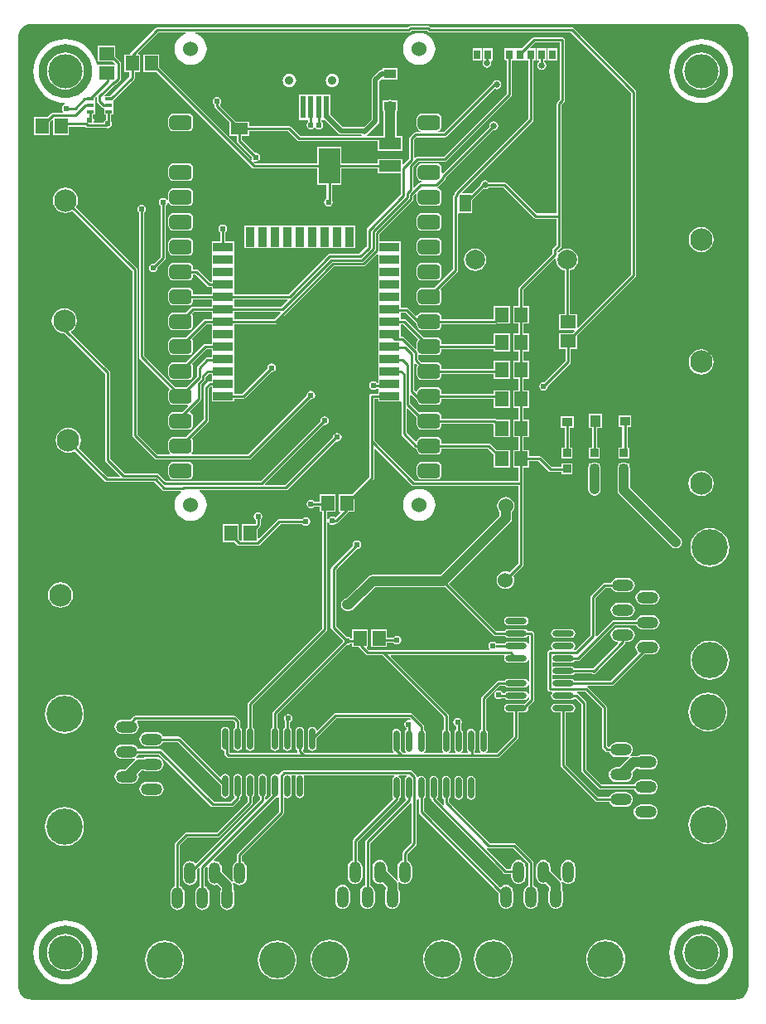
<source format=gtl>
G04*
G04 #@! TF.GenerationSoftware,Altium Limited,CircuitMaker,2.2.0 (2.2.0.5)*
G04*
G04 Layer_Physical_Order=1*
G04 Layer_Color=25308*
%FSLAX24Y24*%
%MOIN*%
G70*
G04*
G04 #@! TF.SameCoordinates,7AF7A03E-A370-4C74-A711-71AC0677D318*
G04*
G04*
G04 #@! TF.FilePolarity,Positive*
G04*
G01*
G75*
%ADD10C,0.0098*%
%ADD11C,0.0100*%
%ADD40C,0.0600*%
%ADD49R,0.0709X0.0453*%
%ADD50R,0.0531X0.0610*%
%ADD51R,0.0413X0.0354*%
%ADD52R,0.0413X0.0453*%
%ADD53R,0.0335X0.0335*%
%ADD54R,0.0480X0.0358*%
%ADD55O,0.0866X0.0236*%
%ADD56O,0.0236X0.0866*%
%ADD57R,0.0880X0.0480*%
%ADD58R,0.0870X0.1420*%
%ADD59R,0.0610X0.0531*%
%ADD60R,0.1968X0.1968*%
%ADD61R,0.0354X0.0787*%
%ADD62R,0.0787X0.0354*%
%ADD63R,0.0197X0.0906*%
%ADD64R,0.0787X0.0984*%
%ADD65R,0.0276X0.0374*%
%ADD66R,0.0453X0.0709*%
%ADD67R,0.0260X0.0118*%
%ADD68C,0.0197*%
%ADD69C,0.0394*%
%ADD70C,0.0906*%
%ADD71O,0.0866X0.0472*%
%ADD72C,0.1457*%
G04:AMPARAMS|DCode=73|XSize=60mil|YSize=90mil|CornerRadius=15mil|HoleSize=0mil|Usage=FLASHONLY|Rotation=270.000|XOffset=0mil|YOffset=0mil|HoleType=Round|Shape=RoundedRectangle|*
%AMROUNDEDRECTD73*
21,1,0.0600,0.0600,0,0,270.0*
21,1,0.0300,0.0900,0,0,270.0*
1,1,0.0300,-0.0300,-0.0150*
1,1,0.0300,-0.0300,0.0150*
1,1,0.0300,0.0300,0.0150*
1,1,0.0300,0.0300,-0.0150*
%
%ADD73ROUNDEDRECTD73*%
%ADD74C,0.0787*%
%ADD75C,0.1000*%
%ADD76C,0.0354*%
%ADD77O,0.0472X0.0866*%
%ADD78C,0.0240*%
%ADD79C,0.0256*%
%ADD80C,0.1378*%
G36*
X38780Y49140D02*
D01*
X38829Y49135D01*
X38914Y49123D01*
X39039Y49072D01*
X39147Y48989D01*
X39229Y48882D01*
X39281Y48756D01*
X39292Y48670D01*
X39298Y48622D01*
X39298Y48622D01*
X39298Y48572D01*
Y10483D01*
X39298Y10433D01*
X39292Y10385D01*
X39281Y10299D01*
X39229Y10174D01*
X39147Y10066D01*
X39039Y9984D01*
X38914Y9932D01*
X38827Y9920D01*
X38780Y9915D01*
X38730Y9915D01*
X38730Y9915D01*
X10483D01*
X10433Y9915D01*
X10385Y9920D01*
X10299Y9932D01*
X10174Y9984D01*
X10066Y10066D01*
X9984Y10174D01*
X9932Y10299D01*
X9920Y10385D01*
X9915Y10433D01*
X9915Y10483D01*
X9915Y10483D01*
Y48573D01*
X9915Y48622D01*
X9920Y48670D01*
X9932Y48756D01*
X9984Y48882D01*
X10066Y48989D01*
X10174Y49072D01*
X10299Y49123D01*
X10385Y49135D01*
X10433Y49140D01*
X10483Y49140D01*
X38730D01*
X38780Y49140D01*
D02*
G37*
%LPC*%
G36*
X29008Y48152D02*
X28630D01*
Y47675D01*
X28630D01*
X28635Y47665D01*
X28611Y47629D01*
X28597Y47559D01*
X28611Y47489D01*
X28650Y47430D01*
X28710Y47390D01*
X28780Y47376D01*
X28849Y47390D01*
X28909Y47430D01*
X28948Y47489D01*
X28962Y47559D01*
X28949Y47625D01*
X28950Y47637D01*
X28970Y47675D01*
X29008D01*
Y48152D01*
D02*
G37*
G36*
X28575D02*
X28197D01*
Y47675D01*
X28575D01*
Y48152D01*
D02*
G37*
G36*
X26052Y48779D02*
X25927Y48767D01*
X25806Y48730D01*
X25694Y48671D01*
X25596Y48591D01*
X25516Y48493D01*
X25457Y48381D01*
X25420Y48260D01*
X25408Y48135D01*
X25420Y48009D01*
X25457Y47888D01*
X25516Y47776D01*
X25596Y47679D01*
X25694Y47598D01*
X25806Y47539D01*
X25927Y47502D01*
X26052Y47490D01*
X26178Y47502D01*
X26299Y47539D01*
X26411Y47598D01*
X26508Y47679D01*
X26589Y47776D01*
X26648Y47888D01*
X26685Y48009D01*
X26697Y48135D01*
X26685Y48260D01*
X26648Y48381D01*
X26589Y48493D01*
X26508Y48591D01*
X26411Y48671D01*
X26299Y48730D01*
X26178Y48767D01*
X26052Y48779D01*
D02*
G37*
G36*
X22559Y47140D02*
X22489Y47131D01*
X22424Y47104D01*
X22368Y47061D01*
X22325Y47005D01*
X22298Y46940D01*
X22289Y46870D01*
X22298Y46800D01*
X22325Y46735D01*
X22368Y46679D01*
X22424Y46636D01*
X22489Y46609D01*
X22559Y46600D01*
X22629Y46609D01*
X22694Y46636D01*
X22750Y46679D01*
X22793Y46735D01*
X22820Y46800D01*
X22829Y46870D01*
X22820Y46940D01*
X22793Y47005D01*
X22750Y47061D01*
X22694Y47104D01*
X22629Y47131D01*
X22559Y47140D01*
D02*
G37*
G36*
X20827D02*
X20757Y47131D01*
X20692Y47104D01*
X20636Y47061D01*
X20593Y47005D01*
X20566Y46940D01*
X20557Y46870D01*
X20566Y46800D01*
X20593Y46735D01*
X20636Y46679D01*
X20692Y46636D01*
X20757Y46609D01*
X20827Y46600D01*
X20897Y46609D01*
X20962Y46636D01*
X21018Y46679D01*
X21061Y46735D01*
X21088Y46800D01*
X21097Y46870D01*
X21088Y46940D01*
X21061Y47005D01*
X21018Y47061D01*
X20962Y47104D01*
X20897Y47131D01*
X20827Y47140D01*
D02*
G37*
G36*
X37402Y48530D02*
X37200Y48515D01*
X37004Y48467D01*
X36818Y48390D01*
X36646Y48285D01*
X36492Y48154D01*
X36361Y48000D01*
X36256Y47828D01*
X36178Y47642D01*
X36131Y47445D01*
X36115Y47244D01*
X36131Y47043D01*
X36178Y46847D01*
X36256Y46660D01*
X36361Y46488D01*
X36492Y46335D01*
X36646Y46203D01*
X36818Y46098D01*
X37004Y46021D01*
X37200Y45974D01*
X37402Y45958D01*
X37603Y45974D01*
X37799Y46021D01*
X37986Y46098D01*
X38158Y46203D01*
X38311Y46335D01*
X38442Y46488D01*
X38548Y46660D01*
X38625Y46847D01*
X38672Y47043D01*
X38688Y47244D01*
X38672Y47445D01*
X38625Y47642D01*
X38548Y47828D01*
X38442Y48000D01*
X38311Y48154D01*
X38158Y48285D01*
X37986Y48390D01*
X37799Y48467D01*
X37603Y48515D01*
X37402Y48530D01*
D02*
G37*
G36*
X16754Y45537D02*
X16154D01*
X16075Y45521D01*
X16009Y45477D01*
X15964Y45410D01*
X15949Y45332D01*
Y45032D01*
X15964Y44953D01*
X16009Y44887D01*
X16075Y44842D01*
X16154Y44827D01*
X16754D01*
X16832Y44842D01*
X16899Y44887D01*
X16943Y44953D01*
X16959Y45032D01*
Y45332D01*
X16943Y45410D01*
X16899Y45477D01*
X16832Y45521D01*
X16754Y45537D01*
D02*
G37*
G36*
Y43537D02*
X16154D01*
X16075Y43521D01*
X16009Y43477D01*
X15964Y43410D01*
X15949Y43332D01*
Y43032D01*
X15964Y42953D01*
X16009Y42887D01*
X16075Y42842D01*
X16154Y42827D01*
X16754D01*
X16832Y42842D01*
X16899Y42887D01*
X16943Y42953D01*
X16959Y43032D01*
Y43332D01*
X16943Y43410D01*
X16899Y43477D01*
X16832Y43521D01*
X16754Y43537D01*
D02*
G37*
G36*
Y42537D02*
X16154D01*
X16075Y42521D01*
X16009Y42477D01*
X15964Y42410D01*
X15949Y42332D01*
Y42066D01*
X15899Y42051D01*
X15871Y42092D01*
X15815Y42130D01*
X15748Y42143D01*
X15681Y42130D01*
X15625Y42092D01*
X15587Y42035D01*
X15573Y41968D01*
X15587Y41902D01*
X15625Y41845D01*
X15646Y41831D01*
Y39767D01*
X15379Y39500D01*
X15354Y39505D01*
X15288Y39492D01*
X15231Y39454D01*
X15193Y39398D01*
X15180Y39331D01*
X15193Y39264D01*
X15231Y39207D01*
X15288Y39169D01*
X15354Y39156D01*
X15421Y39169D01*
X15478Y39207D01*
X15516Y39264D01*
X15529Y39331D01*
X15524Y39356D01*
X15820Y39652D01*
X15843Y39685D01*
X15850Y39724D01*
Y41831D01*
X15871Y41845D01*
X15909Y41902D01*
X15917Y41941D01*
X15940Y41947D01*
X15969Y41946D01*
X16009Y41887D01*
X16075Y41842D01*
X16154Y41827D01*
X16754D01*
X16832Y41842D01*
X16899Y41887D01*
X16943Y41953D01*
X16959Y42032D01*
Y42332D01*
X16943Y42410D01*
X16899Y42477D01*
X16832Y42521D01*
X16754Y42537D01*
D02*
G37*
G36*
X23029Y41027D02*
X22982Y41020D01*
X22536D01*
X22529Y41020D01*
X22486D01*
X22479Y41020D01*
X22036D01*
X22029Y41020D01*
X21986D01*
X21979Y41020D01*
X21536D01*
X21529Y41020D01*
X21486D01*
X21479Y41020D01*
X21036D01*
X21029Y41020D01*
X20986D01*
X20979Y41020D01*
X20536D01*
X20529Y41020D01*
X20486D01*
X20479Y41020D01*
X20036D01*
X20029Y41020D01*
X19986D01*
X19979Y41020D01*
X19536D01*
X19529Y41020D01*
X19486D01*
X19479Y41020D01*
X19029D01*
Y40131D01*
X19479D01*
X19486Y40131D01*
X19529D01*
X19536Y40131D01*
X19979D01*
X19986Y40131D01*
X20029D01*
X20036Y40131D01*
X20479D01*
X20486Y40131D01*
X20529D01*
X20536Y40131D01*
X20979D01*
X20986Y40131D01*
X21029D01*
X21036Y40131D01*
X21479D01*
X21486Y40131D01*
X21529D01*
X21536Y40131D01*
X21979D01*
X21986Y40131D01*
X22029D01*
X22036Y40131D01*
X22479D01*
X22486Y40131D01*
X22529D01*
X22536Y40131D01*
X22982D01*
X22986Y40131D01*
X23033Y40137D01*
X23486D01*
Y41027D01*
X23033D01*
X23029Y41027D01*
D02*
G37*
G36*
X26754Y41537D02*
X26154D01*
X26075Y41521D01*
X26009Y41477D01*
X25964Y41410D01*
X25949Y41332D01*
Y41032D01*
X25964Y40953D01*
X26009Y40887D01*
X26075Y40842D01*
X26154Y40827D01*
X26754D01*
X26832Y40842D01*
X26899Y40887D01*
X26943Y40953D01*
X26959Y41032D01*
Y41332D01*
X26943Y41410D01*
X26899Y41477D01*
X26832Y41521D01*
X26754Y41537D01*
D02*
G37*
G36*
X16754D02*
X16154D01*
X16075Y41521D01*
X16009Y41477D01*
X15964Y41410D01*
X15949Y41332D01*
Y41032D01*
X15964Y40953D01*
X16009Y40887D01*
X16075Y40842D01*
X16154Y40827D01*
X16754D01*
X16832Y40842D01*
X16899Y40887D01*
X16943Y40953D01*
X16959Y41032D01*
Y41332D01*
X16943Y41410D01*
X16899Y41477D01*
X16832Y41521D01*
X16754Y41537D01*
D02*
G37*
G36*
X37402Y40981D02*
X37270Y40963D01*
X37147Y40913D01*
X37042Y40832D01*
X36961Y40727D01*
X36911Y40604D01*
X36893Y40472D01*
X36911Y40341D01*
X36961Y40218D01*
X37042Y40113D01*
X37147Y40032D01*
X37270Y39981D01*
X37402Y39964D01*
X37533Y39981D01*
X37656Y40032D01*
X37761Y40113D01*
X37842Y40218D01*
X37893Y40341D01*
X37910Y40472D01*
X37893Y40604D01*
X37842Y40727D01*
X37761Y40832D01*
X37656Y40913D01*
X37533Y40963D01*
X37402Y40981D01*
D02*
G37*
G36*
X26754Y40537D02*
X26154D01*
X26075Y40521D01*
X26009Y40477D01*
X25964Y40410D01*
X25949Y40332D01*
Y40032D01*
X25964Y39953D01*
X26009Y39887D01*
X26075Y39842D01*
X26154Y39827D01*
X26754D01*
X26832Y39842D01*
X26899Y39887D01*
X26943Y39953D01*
X26959Y40032D01*
Y40332D01*
X26943Y40410D01*
X26899Y40477D01*
X26832Y40521D01*
X26754Y40537D01*
D02*
G37*
G36*
X16754D02*
X16154D01*
X16075Y40521D01*
X16009Y40477D01*
X15964Y40410D01*
X15949Y40332D01*
Y40032D01*
X15964Y39953D01*
X16009Y39887D01*
X16075Y39842D01*
X16154Y39827D01*
X16754D01*
X16832Y39842D01*
X16899Y39887D01*
X16943Y39953D01*
X16959Y40032D01*
Y40332D01*
X16943Y40410D01*
X16899Y40477D01*
X16832Y40521D01*
X16754Y40537D01*
D02*
G37*
G36*
X28306Y40110D02*
X28190Y40095D01*
X28082Y40050D01*
X27989Y39979D01*
X27918Y39886D01*
X27873Y39778D01*
X27858Y39661D01*
X27873Y39545D01*
X27918Y39437D01*
X27989Y39344D01*
X28082Y39273D01*
X28190Y39228D01*
X28306Y39213D01*
X28422Y39228D01*
X28531Y39273D01*
X28624Y39344D01*
X28695Y39437D01*
X28740Y39545D01*
X28755Y39661D01*
X28740Y39778D01*
X28695Y39886D01*
X28624Y39979D01*
X28531Y40050D01*
X28422Y40095D01*
X28306Y40110D01*
D02*
G37*
G36*
X26754Y39537D02*
X26154D01*
X26075Y39521D01*
X26009Y39477D01*
X25964Y39410D01*
X25949Y39332D01*
Y39032D01*
X25964Y38953D01*
X26009Y38887D01*
X26075Y38842D01*
X26154Y38827D01*
X26754D01*
X26832Y38842D01*
X26899Y38887D01*
X26943Y38953D01*
X26959Y39032D01*
Y39332D01*
X26943Y39410D01*
X26899Y39477D01*
X26832Y39521D01*
X26754Y39537D01*
D02*
G37*
G36*
X26401Y49078D02*
X25704D01*
X25665Y49070D01*
X25632Y49048D01*
X25584Y49000D01*
X15512D01*
X15473Y48992D01*
X15439Y48970D01*
X14426Y47956D01*
X14403Y47923D01*
X14402Y47915D01*
X14181D01*
Y47203D01*
X14396D01*
Y47021D01*
X13607Y46232D01*
X13416D01*
X13396Y46282D01*
X13822Y46709D01*
X13850Y46714D01*
X13884Y46737D01*
X14009Y46862D01*
X14032Y46896D01*
X14039Y46935D01*
Y47559D01*
X14032Y47598D01*
X14009Y47631D01*
X13821Y47820D01*
Y48260D01*
X13108D01*
Y47626D01*
X13725D01*
X13809Y47542D01*
X13788Y47492D01*
X13108D01*
X13108Y47492D01*
Y47492D01*
X13066Y47511D01*
X13034Y47642D01*
X12957Y47828D01*
X12852Y48000D01*
X12721Y48154D01*
X12567Y48285D01*
X12395Y48390D01*
X12208Y48467D01*
X12012Y48515D01*
X11811Y48530D01*
X11610Y48515D01*
X11414Y48467D01*
X11227Y48390D01*
X11055Y48285D01*
X10901Y48154D01*
X10770Y48000D01*
X10665Y47828D01*
X10588Y47642D01*
X10541Y47445D01*
X10525Y47244D01*
X10541Y47043D01*
X10588Y46847D01*
X10665Y46660D01*
X10770Y46488D01*
X10901Y46335D01*
X11055Y46203D01*
X11227Y46098D01*
X11414Y46021D01*
X11610Y45974D01*
X11782Y45960D01*
X11785Y45910D01*
X11784Y45909D01*
X11727Y45872D01*
X11689Y45815D01*
X11676Y45748D01*
X11689Y45681D01*
X11726Y45626D01*
X11725Y45619D01*
X11710Y45576D01*
X11309D01*
X11270Y45568D01*
X11236Y45545D01*
X11086Y45396D01*
X10559D01*
Y44683D01*
X11193D01*
Y45210D01*
X11281Y45298D01*
X11327Y45279D01*
Y44683D01*
X11961D01*
Y45016D01*
X12599D01*
X12632Y44983D01*
X12665Y44961D01*
X12704Y44953D01*
X13441D01*
X13449Y44954D01*
X13504Y44944D01*
X13571Y44957D01*
X13627Y44995D01*
X13665Y45051D01*
X13679Y45118D01*
X13665Y45185D01*
X13654Y45202D01*
Y45500D01*
X13732D01*
Y45720D01*
X13732D01*
Y45756D01*
X13732D01*
Y45962D01*
X13732Y46012D01*
X13732Y46026D01*
Y46068D01*
X14570Y46906D01*
X14593Y46939D01*
X14600Y46978D01*
Y47203D01*
X14815D01*
Y47915D01*
X14740D01*
X14720Y47962D01*
X15554Y48795D01*
X16650D01*
X16658Y48745D01*
X16609Y48730D01*
X16497Y48671D01*
X16400Y48591D01*
X16319Y48493D01*
X16260Y48381D01*
X16223Y48260D01*
X16211Y48135D01*
X16223Y48009D01*
X16260Y47888D01*
X16319Y47776D01*
X16400Y47679D01*
X16497Y47598D01*
X16609Y47539D01*
X16730Y47502D01*
X16856Y47490D01*
X16981Y47502D01*
X17102Y47539D01*
X17214Y47598D01*
X17311Y47679D01*
X17392Y47776D01*
X17451Y47888D01*
X17488Y48009D01*
X17500Y48135D01*
X17488Y48260D01*
X17451Y48381D01*
X17392Y48493D01*
X17311Y48591D01*
X17214Y48671D01*
X17102Y48730D01*
X17053Y48745D01*
X17061Y48795D01*
X25627D01*
X25666Y48803D01*
X25699Y48825D01*
X25747Y48873D01*
X26358D01*
X26406Y48825D01*
X26439Y48803D01*
X26478Y48795D01*
X32162D01*
X34583Y46375D01*
Y43307D01*
Y39068D01*
X32450Y36935D01*
X32404Y36954D01*
Y37472D01*
X32109D01*
Y39226D01*
X32123Y39228D01*
X32231Y39273D01*
X32324Y39344D01*
X32396Y39437D01*
X32441Y39545D01*
X32456Y39661D01*
X32441Y39778D01*
X32396Y39886D01*
X32324Y39979D01*
X32231Y40050D01*
X32123Y40095D01*
X32007Y40110D01*
X31891Y40095D01*
X31783Y40050D01*
X31690Y39979D01*
X31678Y39963D01*
X31627Y39978D01*
X31622Y40011D01*
X31765Y40153D01*
X31787Y40187D01*
X31795Y40226D01*
Y41417D01*
Y45472D01*
X31791Y45492D01*
X31795Y45512D01*
Y45902D01*
X31883Y45991D01*
X31906Y46024D01*
X31913Y46063D01*
Y48504D01*
X31906Y48543D01*
X31883Y48576D01*
X31850Y48598D01*
X31811Y48606D01*
X30675D01*
X30636Y48598D01*
X30603Y48576D01*
X30178Y48152D01*
X29929D01*
Y47675D01*
X30307D01*
Y47950D01*
X30312Y47953D01*
X30362Y47927D01*
Y47675D01*
X30449D01*
Y45332D01*
X27514Y42397D01*
X27492Y42364D01*
X27484Y42325D01*
Y42314D01*
X27447Y42277D01*
X27425Y42244D01*
X27417Y42205D01*
Y39290D01*
X26664Y38537D01*
X26154D01*
X26075Y38521D01*
X26009Y38477D01*
X25964Y38410D01*
X25949Y38332D01*
Y38032D01*
X25964Y37953D01*
X26009Y37887D01*
X26075Y37842D01*
X26154Y37827D01*
X26754D01*
X26832Y37842D01*
X26899Y37887D01*
X26943Y37953D01*
X26959Y38032D01*
Y38332D01*
X26943Y38410D01*
X26899Y38477D01*
X26899Y38482D01*
X27592Y39175D01*
X27614Y39208D01*
X27622Y39248D01*
Y41479D01*
X27636Y41524D01*
X28191D01*
Y42062D01*
X28636Y42507D01*
X28701Y42495D01*
X28771Y42508D01*
X28830Y42548D01*
X28848Y42575D01*
X29446D01*
X30676Y41345D01*
X30709Y41323D01*
X30748Y41315D01*
X31591D01*
Y40268D01*
X31441Y40118D01*
X31418Y40085D01*
X31411Y40046D01*
Y39902D01*
X30075Y38566D01*
X30053Y38533D01*
X30045Y38494D01*
Y37797D01*
X29831D01*
Y37085D01*
X30045D01*
Y36695D01*
X29831D01*
Y35982D01*
X30045D01*
Y35593D01*
X29831D01*
Y34880D01*
X30045D01*
Y34411D01*
X29831D01*
Y33699D01*
X30045D01*
Y33230D01*
X29831D01*
Y32518D01*
X30045D01*
Y32010D01*
X29831D01*
Y31297D01*
X30037D01*
Y30772D01*
X25869D01*
X24236Y32405D01*
Y34071D01*
X24409D01*
Y33954D01*
X25281D01*
X25299Y33954D01*
X25331Y33917D01*
Y32677D01*
X25339Y32638D01*
X25361Y32605D01*
X25856Y32110D01*
X25889Y32087D01*
X25928Y32080D01*
X25949D01*
Y32032D01*
X25964Y31953D01*
X26009Y31887D01*
X26075Y31842D01*
X26154Y31827D01*
X26754D01*
X26832Y31842D01*
X26899Y31887D01*
X26943Y31953D01*
X26959Y32032D01*
Y32080D01*
X28809D01*
X29063Y31826D01*
Y31297D01*
X29697D01*
Y32010D01*
X29168D01*
X28924Y32254D01*
X28891Y32276D01*
X28852Y32284D01*
X26959D01*
Y32332D01*
X26943Y32410D01*
X26899Y32477D01*
X26832Y32521D01*
X26754Y32537D01*
X26154D01*
X26075Y32521D01*
X26009Y32477D01*
X25964Y32410D01*
X25956Y32369D01*
X25902Y32353D01*
X25535Y32720D01*
Y33695D01*
X25582Y33715D01*
X25951Y33345D01*
X25949Y33332D01*
Y33032D01*
X25964Y32953D01*
X26009Y32887D01*
X26075Y32842D01*
X26154Y32827D01*
X26754D01*
X26832Y32842D01*
X26899Y32887D01*
X26943Y32953D01*
X26959Y33032D01*
Y33080D01*
X29030D01*
X29063Y33046D01*
Y32518D01*
X29697D01*
Y33230D01*
X29168D01*
X29144Y33254D01*
X29111Y33276D01*
X29072Y33284D01*
X26959D01*
Y33332D01*
X26943Y33410D01*
X26899Y33477D01*
X26832Y33521D01*
X26754Y33537D01*
X26154D01*
X26075Y33521D01*
X26069Y33517D01*
X25693Y33893D01*
Y34215D01*
X25739Y34234D01*
X25912Y34061D01*
X25912Y34061D01*
X25912Y34061D01*
X25929Y34050D01*
X25945Y34039D01*
X25945Y34039D01*
X25945Y34039D01*
X25949Y34039D01*
Y34032D01*
X25964Y33953D01*
X26009Y33887D01*
X26075Y33842D01*
X26154Y33827D01*
X26754D01*
X26832Y33842D01*
X26899Y33887D01*
X26943Y33953D01*
X26959Y34032D01*
Y34080D01*
X29063D01*
Y33699D01*
X29697D01*
Y34411D01*
X29063D01*
Y34284D01*
X26959D01*
Y34332D01*
X26943Y34410D01*
X26899Y34477D01*
X26832Y34521D01*
X26754Y34537D01*
X26154D01*
X26075Y34521D01*
X26009Y34477D01*
X25964Y34410D01*
X25958Y34376D01*
X25903Y34360D01*
X25843Y34420D01*
Y35483D01*
X25889Y35502D01*
X25971Y35420D01*
X25964Y35410D01*
X25949Y35332D01*
Y35032D01*
X25964Y34953D01*
X26009Y34887D01*
X26075Y34842D01*
X26154Y34827D01*
X26754D01*
X26832Y34842D01*
X26899Y34887D01*
X26943Y34953D01*
X26959Y35032D01*
Y35080D01*
X29063D01*
Y34880D01*
X29697D01*
Y35593D01*
X29063D01*
Y35284D01*
X26959D01*
Y35332D01*
X26943Y35410D01*
X26899Y35477D01*
X26832Y35521D01*
X26754Y35537D01*
X26154D01*
X26145Y35535D01*
X26008Y35672D01*
Y35827D01*
X26058Y35854D01*
X26075Y35842D01*
X26154Y35827D01*
X26754D01*
X26832Y35842D01*
X26899Y35887D01*
X26943Y35953D01*
X26959Y36032D01*
Y36080D01*
X29063D01*
Y35982D01*
X29697D01*
Y36695D01*
X29063D01*
Y36284D01*
X26959D01*
Y36332D01*
X26943Y36410D01*
X26899Y36477D01*
X26832Y36521D01*
X26754Y36537D01*
X26244D01*
X25526Y37254D01*
X25493Y37276D01*
X25454Y37284D01*
X25299D01*
Y37404D01*
X25299Y37410D01*
Y37454D01*
X25299Y37460D01*
Y37530D01*
X25515D01*
X25935Y37110D01*
X25949Y37100D01*
Y37032D01*
X25964Y36953D01*
X26009Y36887D01*
X26075Y36842D01*
X26154Y36827D01*
X26754D01*
X26832Y36842D01*
X26899Y36887D01*
X26943Y36953D01*
X26959Y37032D01*
Y37080D01*
X29121D01*
X29146Y37085D01*
X29697D01*
Y37797D01*
X29063D01*
Y37284D01*
X26959D01*
Y37332D01*
X26943Y37410D01*
X26899Y37477D01*
X26832Y37521D01*
X26754Y37537D01*
X26154D01*
X26075Y37521D01*
X26009Y37477D01*
X25976Y37428D01*
X25918Y37415D01*
X25629Y37704D01*
X25596Y37726D01*
X25557Y37734D01*
X25299D01*
Y37904D01*
X25299Y37910D01*
Y37954D01*
X25299Y37960D01*
Y38404D01*
X25299Y38410D01*
Y38454D01*
X25299Y38460D01*
Y38904D01*
X25299Y38910D01*
Y38954D01*
X25299Y38960D01*
Y39404D01*
X25299Y39410D01*
Y39454D01*
X25299Y39460D01*
Y39904D01*
X25299Y39910D01*
Y39954D01*
X25299Y39960D01*
Y40410D01*
X24462D01*
Y40706D01*
X25793Y42037D01*
X25816Y42071D01*
X25823Y42110D01*
Y42239D01*
X25899Y42314D01*
X25949Y42293D01*
Y42032D01*
X25964Y41953D01*
X26009Y41887D01*
X26075Y41842D01*
X26154Y41827D01*
X26754D01*
X26832Y41842D01*
X26899Y41887D01*
X26943Y41953D01*
X26959Y42032D01*
Y42332D01*
X26943Y42410D01*
X26899Y42477D01*
X26832Y42521D01*
X26787Y42530D01*
X26786Y42581D01*
X26792Y42583D01*
X26826Y42605D01*
X27077Y42856D01*
X27099Y42889D01*
X27107Y42928D01*
Y42946D01*
X29024Y44863D01*
X29055Y44857D01*
X29125Y44871D01*
X29184Y44910D01*
X29224Y44969D01*
X29238Y45039D01*
X29224Y45109D01*
X29184Y45169D01*
X29125Y45208D01*
X29055Y45222D01*
X28985Y45208D01*
X28926Y45169D01*
X28886Y45109D01*
X28872Y45039D01*
X28879Y45008D01*
X27005Y43134D01*
X26959Y43153D01*
Y43332D01*
X26943Y43410D01*
X26899Y43477D01*
X26832Y43521D01*
X26754Y43537D01*
X26154D01*
X26075Y43521D01*
X26009Y43477D01*
X25964Y43410D01*
X25949Y43332D01*
Y43032D01*
X25964Y42953D01*
X26009Y42887D01*
X26075Y42842D01*
X26140Y42830D01*
X26135Y42780D01*
X26117D01*
X26078Y42772D01*
X26045Y42750D01*
X25857Y42562D01*
X25811Y42581D01*
Y43383D01*
X26027Y43598D01*
X27087D01*
X27126Y43606D01*
X27159Y43628D01*
X29757Y46227D01*
X29780Y46260D01*
X29787Y46299D01*
Y47675D01*
X29874D01*
Y48152D01*
X29496D01*
Y47675D01*
X29583D01*
Y46342D01*
X27044Y43803D01*
X25984D01*
X25945Y43795D01*
X25912Y43773D01*
X25897Y43758D01*
X25850Y43777D01*
Y44485D01*
X25948Y44583D01*
X27087D01*
X27126Y44590D01*
X27159Y44613D01*
X29084Y46537D01*
X29103Y46524D01*
X29173Y46510D01*
X29243Y46524D01*
X29302Y46564D01*
X29342Y46623D01*
X29356Y46693D01*
X29342Y46763D01*
X29302Y46822D01*
X29243Y46862D01*
X29173Y46876D01*
X29103Y46862D01*
X29044Y46822D01*
X29004Y46763D01*
X29001Y46744D01*
X27044Y44787D01*
X26812D01*
X26807Y44837D01*
X26832Y44842D01*
X26899Y44887D01*
X26943Y44953D01*
X26959Y45032D01*
Y45332D01*
X26943Y45410D01*
X26899Y45477D01*
X26832Y45521D01*
X26754Y45537D01*
X26154D01*
X26075Y45521D01*
X26009Y45477D01*
X25964Y45410D01*
X25949Y45332D01*
Y45032D01*
X25964Y44953D01*
X26009Y44887D01*
X26075Y44842D01*
X26101Y44837D01*
X26096Y44787D01*
X25906D01*
X25866Y44780D01*
X25833Y44757D01*
X25676Y44600D01*
X25653Y44567D01*
X25646Y44528D01*
Y43719D01*
X25419Y43492D01*
X25373Y43511D01*
Y43716D01*
X24390D01*
Y43528D01*
X22918D01*
Y44186D01*
X21945D01*
Y43528D01*
X19442D01*
X19392Y43578D01*
X19421Y43618D01*
X19488Y43605D01*
X19555Y43618D01*
X19612Y43656D01*
X19650Y43713D01*
X19663Y43780D01*
X19650Y43846D01*
X19612Y43903D01*
X19555Y43941D01*
X19488Y43954D01*
X19463Y43949D01*
X18921Y44491D01*
Y44644D01*
X19224D01*
Y44819D01*
X20784D01*
X21148Y44455D01*
X21181Y44433D01*
X21220Y44425D01*
X24390D01*
Y44044D01*
X25373D01*
Y44626D01*
X25134D01*
Y45620D01*
X25173D01*
Y46081D01*
X24982D01*
X24978Y46084D01*
X24881Y46103D01*
X24785Y46084D01*
X24780Y46081D01*
X24591D01*
Y45620D01*
X24629D01*
Y44630D01*
X23958D01*
X23943Y44680D01*
X23966Y44695D01*
X23966Y44695D01*
X24399Y45128D01*
X24432Y45178D01*
X24432Y45178D01*
X24444Y45236D01*
Y46827D01*
X24547Y46930D01*
X24591Y46911D01*
Y46911D01*
X25173D01*
Y47372D01*
X24591D01*
Y47294D01*
X24543D01*
X24543Y47294D01*
X24543Y47294D01*
X24518Y47289D01*
X24485Y47283D01*
X24485Y47283D01*
X24485Y47283D01*
X24460Y47266D01*
X24435Y47250D01*
X24435Y47250D01*
X24435Y47250D01*
X24183Y46998D01*
X24167Y46973D01*
X24150Y46948D01*
X24150Y46948D01*
X24150Y46948D01*
X24145Y46921D01*
X24139Y46890D01*
Y45299D01*
X23832Y44992D01*
X23819Y44995D01*
X22977D01*
X22475Y45496D01*
Y45787D01*
X22472Y45802D01*
Y46291D01*
X22208D01*
X22173Y46291D01*
X22123Y46291D01*
X21858D01*
Y46291D01*
X21843D01*
Y46291D01*
X21578D01*
X21543Y46291D01*
X21493Y46291D01*
X21228D01*
Y45283D01*
X21493D01*
X21528Y45283D01*
X21555D01*
X21578Y45261D01*
X21574Y45205D01*
X21569Y45202D01*
X21532Y45146D01*
X21518Y45079D01*
X21532Y45012D01*
X21569Y44955D01*
X21626Y44917D01*
X21693Y44904D01*
X21760Y44917D01*
X21816Y44955D01*
X21825Y44969D01*
X21875D01*
X21884Y44955D01*
X21941Y44917D01*
X22008Y44904D01*
X22075Y44917D01*
X22131Y44955D01*
X22169Y45012D01*
X22182Y45079D01*
X22169Y45146D01*
X22131Y45202D01*
X22127Y45205D01*
X22123Y45261D01*
X22146Y45283D01*
X22257Y45283D01*
X22806Y44735D01*
X22855Y44702D01*
X22913Y44690D01*
X23727D01*
X23740Y44680D01*
X23735Y44655D01*
X23715Y44630D01*
X21263D01*
X20899Y44994D01*
X20866Y45016D01*
X20827Y45024D01*
X19224D01*
Y45199D01*
X18686D01*
X18041Y45844D01*
X18037Y45900D01*
X18075Y45957D01*
X18088Y46024D01*
X18075Y46090D01*
X18037Y46147D01*
X17980Y46185D01*
X17913Y46198D01*
X17847Y46185D01*
X17790Y46147D01*
X17752Y46090D01*
X17739Y46024D01*
X17752Y45957D01*
X17790Y45900D01*
X17811Y45886D01*
Y45827D01*
X17819Y45788D01*
X17841Y45754D01*
X18413Y45182D01*
Y44644D01*
X18717D01*
Y44449D01*
X18724Y44410D01*
X18747Y44376D01*
X19319Y43804D01*
X19314Y43780D01*
X19327Y43713D01*
X19287Y43683D01*
X15583Y47387D01*
Y47915D01*
X14949D01*
Y47203D01*
X15477D01*
X19327Y43353D01*
X19360Y43331D01*
X19400Y43323D01*
X21945D01*
Y42664D01*
X22329D01*
Y42126D01*
X22278Y42092D01*
X22240Y42035D01*
X22227Y41968D01*
X22240Y41902D01*
X22278Y41845D01*
X22335Y41807D01*
X22402Y41794D01*
X22468Y41807D01*
X22525Y41845D01*
X22563Y41902D01*
X22576Y41968D01*
X22563Y42035D01*
X22534Y42079D01*
Y42664D01*
X22918D01*
Y43323D01*
X24390D01*
Y43134D01*
X25319D01*
Y42276D01*
X23963Y40919D01*
X23940Y40886D01*
X23933Y40847D01*
Y40183D01*
X23926Y40176D01*
X23925Y40176D01*
X23892Y40154D01*
X23636Y39898D01*
X22458D01*
X22419Y39890D01*
X22385Y39868D01*
X20802Y38284D01*
X18606D01*
Y38404D01*
X18606Y38410D01*
Y38454D01*
X18606Y38460D01*
Y38904D01*
X18606Y38910D01*
Y38954D01*
X18606Y38960D01*
Y39404D01*
X18606Y39410D01*
Y39454D01*
X18606Y39460D01*
Y39904D01*
X18606Y39910D01*
Y39954D01*
X18606Y39960D01*
Y40410D01*
X18252D01*
Y40768D01*
X18273Y40782D01*
X18311Y40839D01*
X18324Y40906D01*
X18311Y40972D01*
X18273Y41029D01*
X18216Y41067D01*
X18150Y41080D01*
X18083Y41067D01*
X18026Y41029D01*
X17988Y40972D01*
X17975Y40906D01*
X17988Y40839D01*
X18026Y40782D01*
X18047Y40768D01*
Y40410D01*
X17716D01*
Y39960D01*
X17716Y39954D01*
Y39910D01*
X17716Y39904D01*
Y39460D01*
X17716Y39454D01*
Y39410D01*
X17716Y39404D01*
Y38960D01*
X17716Y38954D01*
Y38910D01*
X17716Y38904D01*
Y38764D01*
X17641D01*
X17150Y39254D01*
X17117Y39276D01*
X17078Y39284D01*
X16959D01*
Y39332D01*
X16943Y39410D01*
X16899Y39477D01*
X16832Y39521D01*
X16754Y39537D01*
X16154D01*
X16075Y39521D01*
X16009Y39477D01*
X15964Y39410D01*
X15949Y39332D01*
Y39032D01*
X15964Y38953D01*
X16009Y38887D01*
X16075Y38842D01*
X16154Y38827D01*
X16754D01*
X16832Y38842D01*
X16899Y38887D01*
X16943Y38953D01*
X16959Y39032D01*
Y39080D01*
X17036D01*
X17526Y38589D01*
X17559Y38567D01*
X17598Y38559D01*
X17716D01*
Y38460D01*
X17716Y38454D01*
Y38410D01*
X17716Y38404D01*
Y38284D01*
X16959D01*
Y38332D01*
X16943Y38410D01*
X16899Y38477D01*
X16832Y38521D01*
X16754Y38537D01*
X16154D01*
X16075Y38521D01*
X16009Y38477D01*
X15964Y38410D01*
X15949Y38332D01*
Y38032D01*
X15964Y37953D01*
X16009Y37887D01*
X16075Y37842D01*
X16154Y37827D01*
X16754D01*
X16832Y37842D01*
X16899Y37887D01*
X16943Y37953D01*
X16959Y38032D01*
Y38080D01*
X17716D01*
Y37954D01*
X17716D01*
Y37910D01*
X17716D01*
Y37784D01*
X16954D01*
X16915Y37776D01*
X16882Y37754D01*
X16664Y37537D01*
X16154D01*
X16075Y37521D01*
X16009Y37477D01*
X15964Y37410D01*
X15949Y37332D01*
Y37032D01*
X15964Y36953D01*
X16009Y36887D01*
X16075Y36842D01*
X16154Y36827D01*
X16754D01*
X16832Y36842D01*
X16899Y36887D01*
X16943Y36953D01*
X16959Y37032D01*
Y37332D01*
X16943Y37410D01*
X16899Y37477D01*
X16899Y37482D01*
X16996Y37580D01*
X17716D01*
Y37454D01*
X17716D01*
Y37410D01*
X17716D01*
Y37284D01*
X17454D01*
X17415Y37276D01*
X17382Y37254D01*
X16664Y36537D01*
X16154D01*
X16075Y36521D01*
X16009Y36477D01*
X15964Y36410D01*
X15949Y36332D01*
Y36032D01*
X15964Y35953D01*
X16009Y35887D01*
X16075Y35842D01*
X16154Y35827D01*
X16754D01*
X16832Y35842D01*
X16899Y35887D01*
X16943Y35953D01*
X16959Y36032D01*
Y36332D01*
X16943Y36410D01*
X16899Y36477D01*
X16899Y36482D01*
X17496Y37080D01*
X17716D01*
Y36960D01*
X17716Y36954D01*
Y36910D01*
X17716Y36904D01*
Y36460D01*
X17716Y36454D01*
Y36410D01*
X17716Y36404D01*
Y36284D01*
X17454D01*
X17415Y36276D01*
X17382Y36254D01*
X16664Y35537D01*
X16154D01*
X16075Y35521D01*
X16009Y35477D01*
X15964Y35410D01*
X15949Y35332D01*
Y35032D01*
X15964Y34953D01*
X16009Y34887D01*
X16075Y34842D01*
X16154Y34827D01*
X16754D01*
X16832Y34842D01*
X16899Y34887D01*
X16943Y34953D01*
X16959Y35032D01*
Y35332D01*
X16943Y35410D01*
X16899Y35477D01*
X16899Y35482D01*
X17496Y36080D01*
X17716D01*
Y35960D01*
X17716Y35954D01*
Y35910D01*
X17716Y35904D01*
Y35732D01*
X17520D01*
X17481Y35724D01*
X17447Y35702D01*
X17132Y35387D01*
X17110Y35354D01*
X17102Y35315D01*
Y34975D01*
X16664Y34537D01*
X16244D01*
X14984Y35796D01*
Y41555D01*
X15005Y41569D01*
X15043Y41626D01*
X15057Y41693D01*
X15043Y41760D01*
X15005Y41816D01*
X14949Y41854D01*
X14882Y41868D01*
X14815Y41854D01*
X14758Y41816D01*
X14721Y41760D01*
X14707Y41693D01*
X14721Y41626D01*
X14758Y41569D01*
X14780Y41555D01*
Y35754D01*
X14787Y35715D01*
X14810Y35682D01*
X16009Y34482D01*
X16009Y34477D01*
X15964Y34410D01*
X15949Y34332D01*
Y34032D01*
X15964Y33953D01*
X16009Y33887D01*
X16075Y33842D01*
X16154Y33827D01*
X16722D01*
X16742Y33777D01*
X16502Y33537D01*
X16154D01*
X16075Y33521D01*
X16009Y33477D01*
X15964Y33410D01*
X15949Y33332D01*
Y33032D01*
X15964Y32953D01*
X16009Y32887D01*
X16075Y32842D01*
X16154Y32827D01*
X16754D01*
X16832Y32842D01*
X16899Y32887D01*
X16943Y32953D01*
X16959Y33032D01*
Y33332D01*
X16943Y33410D01*
X16899Y33477D01*
X16841Y33516D01*
X16825Y33570D01*
X17238Y33983D01*
X17260Y34016D01*
X17268Y34055D01*
Y34639D01*
X17427Y34798D01*
X17449Y34832D01*
X17449Y34832D01*
X17449Y34832D01*
X17457Y34871D01*
Y34950D01*
X17586Y35080D01*
X17716D01*
Y34960D01*
X17716Y34954D01*
Y34910D01*
X17716Y34904D01*
Y34784D01*
X17635D01*
X17595Y34776D01*
X17562Y34754D01*
X17408Y34600D01*
X17386Y34567D01*
X17378Y34528D01*
Y33251D01*
X16664Y32537D01*
X16154D01*
X16075Y32521D01*
X16009Y32477D01*
X15964Y32410D01*
X15949Y32332D01*
Y32032D01*
X15964Y31953D01*
X16009Y31887D01*
X16012Y31885D01*
X15997Y31835D01*
X15515D01*
X14709Y32641D01*
Y39252D01*
X14701Y39291D01*
X14679Y39324D01*
X12233Y41770D01*
X12251Y41793D01*
X12302Y41916D01*
X12319Y42047D01*
X12302Y42179D01*
X12251Y42301D01*
X12170Y42407D01*
X12065Y42487D01*
X11943Y42538D01*
X11811Y42556D01*
X11679Y42538D01*
X11557Y42487D01*
X11452Y42407D01*
X11371Y42301D01*
X11320Y42179D01*
X11303Y42047D01*
X11320Y41916D01*
X11371Y41793D01*
X11452Y41688D01*
X11557Y41607D01*
X11679Y41556D01*
X11811Y41539D01*
X11943Y41556D01*
X12065Y41607D01*
X12089Y41625D01*
X14504Y39210D01*
Y32598D01*
X14512Y32559D01*
X14534Y32526D01*
X15400Y31660D01*
X15433Y31638D01*
X15472Y31630D01*
X19213D01*
X19252Y31638D01*
X19285Y31660D01*
X21668Y34043D01*
X21693Y34038D01*
X21760Y34051D01*
X21816Y34089D01*
X21854Y34146D01*
X21868Y34213D01*
X21854Y34279D01*
X21816Y34336D01*
X21760Y34374D01*
X21693Y34387D01*
X21626Y34374D01*
X21569Y34336D01*
X21532Y34279D01*
X21518Y34213D01*
X21523Y34188D01*
X19170Y31835D01*
X16911D01*
X16896Y31885D01*
X16899Y31887D01*
X16943Y31953D01*
X16959Y32032D01*
Y32332D01*
X16943Y32410D01*
X16899Y32477D01*
X16899Y32482D01*
X17553Y33136D01*
X17575Y33169D01*
X17583Y33208D01*
Y34485D01*
X17666Y34569D01*
X17716Y34553D01*
Y34460D01*
X17716Y34454D01*
Y34410D01*
X17716Y34404D01*
Y33954D01*
X18606D01*
Y34080D01*
X18985D01*
X19024Y34087D01*
X19057Y34110D01*
X20093Y35145D01*
X20118Y35140D01*
X20185Y35154D01*
X20242Y35191D01*
X20279Y35248D01*
X20293Y35315D01*
X20279Y35382D01*
X20242Y35438D01*
X20185Y35476D01*
X20118Y35490D01*
X20051Y35476D01*
X19995Y35438D01*
X19957Y35382D01*
X19944Y35315D01*
X19948Y35290D01*
X18943Y34284D01*
X18606D01*
Y34404D01*
X18606Y34410D01*
Y34454D01*
X18606Y34460D01*
Y34904D01*
X18606Y34910D01*
Y34954D01*
X18606Y34960D01*
Y35410D01*
X18606D01*
Y35454D01*
X18606D01*
Y35904D01*
X18606Y35910D01*
Y35954D01*
X18606Y35960D01*
Y36404D01*
X18606Y36410D01*
Y36454D01*
X18606Y36460D01*
Y36904D01*
X18606Y36910D01*
Y36954D01*
X18606Y36960D01*
Y37080D01*
X20267D01*
X20307Y37087D01*
X20340Y37110D01*
X22624Y39394D01*
X23814D01*
X23853Y39401D01*
X23886Y39424D01*
X24359Y39896D01*
X24409Y39876D01*
Y39460D01*
X24409Y39454D01*
Y39410D01*
X24409Y39404D01*
Y38960D01*
X24409Y38954D01*
Y38910D01*
X24409Y38904D01*
Y38460D01*
X24409Y38454D01*
Y38410D01*
X24409Y38404D01*
Y37960D01*
X24409Y37954D01*
Y37910D01*
X24409Y37904D01*
Y37460D01*
X24409Y37454D01*
Y37410D01*
X24409Y37404D01*
Y36954D01*
X24409D01*
Y36910D01*
X24409D01*
Y36460D01*
X24409Y36454D01*
X24409D01*
Y36410D01*
X24409D01*
Y35954D01*
X24409D01*
Y35910D01*
X24409D01*
Y35454D01*
X24409D01*
Y35410D01*
X24409D01*
Y34960D01*
X24409Y34954D01*
Y34910D01*
X24409Y34904D01*
Y34709D01*
X24350D01*
X24336Y34730D01*
X24279Y34768D01*
X24213Y34781D01*
X24146Y34768D01*
X24089Y34730D01*
X24051Y34673D01*
X24038Y34606D01*
X24051Y34539D01*
X24089Y34483D01*
X24146Y34445D01*
X24213Y34432D01*
X24279Y34445D01*
X24336Y34483D01*
X24347Y34499D01*
X24396Y34497D01*
X24409Y34454D01*
Y34410D01*
X24409Y34404D01*
Y34276D01*
X24134D01*
X24095Y34268D01*
X24061Y34246D01*
X24039Y34212D01*
X24032Y34173D01*
Y32362D01*
Y30918D01*
X23351Y30238D01*
X22823D01*
Y29526D01*
X22859D01*
X22878Y29479D01*
X22694Y29296D01*
X22683Y29297D01*
X22626Y29335D01*
X22559Y29348D01*
X22492Y29335D01*
X22436Y29297D01*
X22398Y29240D01*
X22396Y29234D01*
X22346Y29239D01*
Y29526D01*
X22689D01*
Y30238D01*
X22055D01*
Y29945D01*
X21830D01*
X21816Y29966D01*
X21760Y30004D01*
X21693Y30017D01*
X21626Y30004D01*
X21569Y29966D01*
X21532Y29909D01*
X21518Y29843D01*
X21532Y29776D01*
X21569Y29719D01*
X21626Y29681D01*
X21693Y29668D01*
X21760Y29681D01*
X21816Y29719D01*
X21830Y29740D01*
X22055D01*
Y29526D01*
X22142D01*
Y24846D01*
X19178Y21881D01*
X19155Y21848D01*
X19148Y21809D01*
Y20844D01*
X19128Y20831D01*
X19091Y20775D01*
X19077Y20709D01*
Y20079D01*
X19091Y20013D01*
X19128Y19957D01*
X19184Y19919D01*
X19250Y19906D01*
X19316Y19919D01*
X19372Y19957D01*
X19409Y20013D01*
X19423Y20079D01*
Y20709D01*
X19409Y20775D01*
X19372Y20831D01*
X19352Y20844D01*
Y21767D01*
X22316Y24731D01*
X22339Y24764D01*
X22346Y24803D01*
Y29108D01*
X22396Y29113D01*
X22398Y29106D01*
X22436Y29050D01*
X22492Y29012D01*
X22559Y28999D01*
X22626Y29012D01*
X22683Y29050D01*
X22697Y29071D01*
X22717D01*
X22756Y29079D01*
X22789Y29101D01*
X23212Y29524D01*
X23213Y29526D01*
X23457D01*
Y30054D01*
X24206Y30804D01*
X24228Y30837D01*
X24236Y30876D01*
Y32050D01*
X24282Y32069D01*
X25754Y30597D01*
X25788Y30575D01*
X25827Y30567D01*
X30037D01*
Y27437D01*
X29694Y27095D01*
X29619Y27126D01*
X29528Y27138D01*
X29436Y27126D01*
X29350Y27090D01*
X29277Y27034D01*
X29221Y26961D01*
X29185Y26875D01*
X29173Y26783D01*
X29185Y26692D01*
X29221Y26606D01*
X29277Y26533D01*
X29350Y26477D01*
X29436Y26441D01*
X29528Y26429D01*
X29619Y26441D01*
X29705Y26477D01*
X29778Y26533D01*
X29834Y26606D01*
X29870Y26692D01*
X29882Y26783D01*
X29870Y26875D01*
X29839Y26950D01*
X30211Y27322D01*
X30234Y27356D01*
X30241Y27395D01*
Y30669D01*
Y31297D01*
X30465D01*
Y31551D01*
X30863D01*
X31266Y31148D01*
X31299Y31126D01*
X31339Y31118D01*
X31789D01*
Y31041D01*
X32226D01*
Y31478D01*
X31789D01*
Y31323D01*
X31381D01*
X30978Y31726D01*
X30945Y31748D01*
X30906Y31756D01*
X30465D01*
Y32010D01*
X30250D01*
Y32518D01*
X30465D01*
Y33230D01*
X30250D01*
Y33699D01*
X30465D01*
Y34411D01*
X30250D01*
Y34880D01*
X30465D01*
Y35593D01*
X30250D01*
Y35982D01*
X30465D01*
Y36695D01*
X30250D01*
Y37085D01*
X30465D01*
Y37797D01*
X30250D01*
Y38452D01*
X31518Y39720D01*
X31563Y39698D01*
X31558Y39661D01*
X31574Y39545D01*
X31619Y39437D01*
X31690Y39344D01*
X31783Y39273D01*
X31891Y39228D01*
X31905Y39226D01*
Y37472D01*
X31691D01*
Y36839D01*
X32288D01*
X32307Y36792D01*
X32219Y36705D01*
X31691D01*
Y36071D01*
X31945D01*
Y35594D01*
X31088Y34737D01*
X31063Y34742D01*
X30996Y34728D01*
X30940Y34690D01*
X30902Y34634D01*
X30888Y34567D01*
X30902Y34500D01*
X30940Y34443D01*
X30996Y34406D01*
X31063Y34392D01*
X31130Y34406D01*
X31186Y34443D01*
X31224Y34500D01*
X31238Y34567D01*
X31233Y34592D01*
X32120Y35479D01*
X32142Y35512D01*
X32150Y35551D01*
Y36071D01*
X32404D01*
Y36599D01*
X34757Y38953D01*
X34780Y38986D01*
X34787Y39026D01*
Y43307D01*
Y46417D01*
X34780Y46456D01*
X34757Y46490D01*
X32277Y48970D01*
X32244Y48992D01*
X32205Y49000D01*
X26520D01*
X26473Y49048D01*
X26440Y49070D01*
X26433Y49071D01*
X26401Y49078D01*
D02*
G37*
G36*
X37402Y36059D02*
X37270Y36042D01*
X37147Y35991D01*
X37042Y35911D01*
X36961Y35805D01*
X36911Y35683D01*
X36893Y35551D01*
X36911Y35420D01*
X36961Y35297D01*
X37042Y35192D01*
X37147Y35111D01*
X37270Y35060D01*
X37402Y35043D01*
X37533Y35060D01*
X37656Y35111D01*
X37761Y35192D01*
X37842Y35297D01*
X37893Y35420D01*
X37910Y35551D01*
X37893Y35683D01*
X37842Y35805D01*
X37761Y35911D01*
X37656Y35991D01*
X37533Y36042D01*
X37402Y36059D01*
D02*
G37*
G36*
X11772Y37713D02*
X11640Y37696D01*
X11518Y37645D01*
X11412Y37564D01*
X11331Y37459D01*
X11281Y37336D01*
X11263Y37205D01*
X11281Y37073D01*
X11331Y36951D01*
X11412Y36845D01*
X11518Y36765D01*
X11640Y36714D01*
X11772Y36696D01*
X11780Y36698D01*
X13402Y35076D01*
Y31614D01*
X13409Y31575D01*
X13432Y31542D01*
X13998Y30975D01*
X13979Y30929D01*
X13507D01*
X12334Y32102D01*
X12369Y32147D01*
X12420Y32270D01*
X12437Y32402D01*
X12420Y32533D01*
X12369Y32656D01*
X12289Y32761D01*
X12183Y32842D01*
X12061Y32893D01*
X11929Y32910D01*
X11798Y32893D01*
X11675Y32842D01*
X11570Y32761D01*
X11489Y32656D01*
X11438Y32533D01*
X11421Y32402D01*
X11438Y32270D01*
X11489Y32147D01*
X11570Y32042D01*
X11675Y31961D01*
X11798Y31911D01*
X11929Y31893D01*
X12061Y31911D01*
X12183Y31961D01*
X12184Y31962D01*
X13392Y30754D01*
X13425Y30732D01*
X13465Y30724D01*
X15391D01*
X15715Y30400D01*
X15748Y30378D01*
X15787Y30370D01*
X16455D01*
X16473Y30320D01*
X16400Y30260D01*
X16319Y30162D01*
X16260Y30051D01*
X16223Y29930D01*
X16211Y29804D01*
X16223Y29678D01*
X16260Y29557D01*
X16319Y29446D01*
X16400Y29348D01*
X16497Y29268D01*
X16609Y29208D01*
X16730Y29171D01*
X16856Y29159D01*
X16981Y29171D01*
X17102Y29208D01*
X17214Y29268D01*
X17311Y29348D01*
X17392Y29446D01*
X17451Y29557D01*
X17488Y29678D01*
X17500Y29804D01*
X17488Y29930D01*
X17451Y30051D01*
X17392Y30162D01*
X17311Y30260D01*
X17214Y30340D01*
X17206Y30344D01*
X17219Y30393D01*
X20692D01*
X20731Y30400D01*
X20764Y30422D01*
X22698Y32357D01*
X22756Y32345D01*
X22823Y32358D01*
X22879Y32396D01*
X22917Y32453D01*
X22931Y32520D01*
X22917Y32587D01*
X22879Y32643D01*
X22823Y32681D01*
X22756Y32694D01*
X22689Y32681D01*
X22632Y32643D01*
X22595Y32587D01*
X22584Y32532D01*
X20649Y30597D01*
X19862D01*
X19843Y30643D01*
X22219Y33019D01*
X22244Y33014D01*
X22311Y33028D01*
X22368Y33066D01*
X22405Y33122D01*
X22419Y33189D01*
X22405Y33256D01*
X22368Y33312D01*
X22311Y33350D01*
X22244Y33364D01*
X22177Y33350D01*
X22121Y33312D01*
X22083Y33256D01*
X22069Y33189D01*
X22074Y33164D01*
X19682Y30772D01*
X15845D01*
X15567Y31049D01*
X15534Y31071D01*
X15495Y31079D01*
X14184D01*
X13606Y31657D01*
Y35118D01*
X13599Y35157D01*
X13576Y35190D01*
X12045Y36722D01*
X12053Y36785D01*
X12131Y36845D01*
X12212Y36951D01*
X12263Y37073D01*
X12280Y37205D01*
X12263Y37336D01*
X12212Y37459D01*
X12131Y37564D01*
X12026Y37645D01*
X11903Y37696D01*
X11772Y37713D01*
D02*
G37*
G36*
X34589Y33388D02*
X34073D01*
Y32931D01*
X34228D01*
Y32108D01*
X34073D01*
Y31671D01*
X34510D01*
Y32108D01*
X34433D01*
Y32931D01*
X34589D01*
Y33388D01*
D02*
G37*
G36*
X33407Y33457D02*
X32892D01*
Y32902D01*
X33008D01*
Y32108D01*
X32892D01*
Y31671D01*
X33329D01*
Y32108D01*
X33213D01*
Y32902D01*
X33407D01*
Y33457D01*
D02*
G37*
G36*
X32266Y33368D02*
X31750D01*
Y32911D01*
X31906D01*
Y32108D01*
X31789D01*
Y31671D01*
X32226D01*
Y32108D01*
X32110D01*
Y32911D01*
X32266D01*
Y33368D01*
D02*
G37*
G36*
X26754Y31537D02*
X26154D01*
X26075Y31521D01*
X26009Y31477D01*
X25964Y31410D01*
X25949Y31332D01*
Y31032D01*
X25964Y30953D01*
X26009Y30887D01*
X26075Y30842D01*
X26154Y30827D01*
X26754D01*
X26832Y30842D01*
X26899Y30887D01*
X26943Y30953D01*
X26959Y31032D01*
Y31332D01*
X26943Y31410D01*
X26899Y31477D01*
X26832Y31521D01*
X26754Y31537D01*
D02*
G37*
G36*
X16754D02*
X16154D01*
X16075Y31521D01*
X16009Y31477D01*
X15964Y31410D01*
X15949Y31332D01*
Y31032D01*
X15964Y30953D01*
X16009Y30887D01*
X16075Y30842D01*
X16154Y30827D01*
X16754D01*
X16832Y30842D01*
X16899Y30887D01*
X16943Y30953D01*
X16959Y31032D01*
Y31332D01*
X16943Y31410D01*
X16899Y31477D01*
X16832Y31521D01*
X16754Y31537D01*
D02*
G37*
G36*
X33110Y31513D02*
X33013Y31493D01*
X32991Y31478D01*
X32892D01*
Y31379D01*
X32877Y31357D01*
X32857Y31260D01*
Y30433D01*
X32877Y30336D01*
X32931Y30254D01*
X33013Y30199D01*
X33110Y30180D01*
X33207Y30199D01*
X33289Y30254D01*
X33344Y30336D01*
X33363Y30433D01*
Y31260D01*
X33344Y31357D01*
X33329Y31379D01*
Y31478D01*
X33230D01*
X33207Y31493D01*
X33110Y31513D01*
D02*
G37*
G36*
X37402Y31178D02*
X37270Y31160D01*
X37147Y31109D01*
X37042Y31029D01*
X36961Y30923D01*
X36911Y30801D01*
X36893Y30669D01*
X36911Y30538D01*
X36961Y30415D01*
X37042Y30310D01*
X37147Y30229D01*
X37270Y30178D01*
X37402Y30161D01*
X37533Y30178D01*
X37656Y30229D01*
X37761Y30310D01*
X37842Y30415D01*
X37893Y30538D01*
X37910Y30669D01*
X37893Y30801D01*
X37842Y30923D01*
X37761Y31029D01*
X37656Y31109D01*
X37533Y31160D01*
X37402Y31178D01*
D02*
G37*
G36*
X26052Y30449D02*
X25927Y30436D01*
X25806Y30400D01*
X25694Y30340D01*
X25596Y30260D01*
X25516Y30162D01*
X25457Y30051D01*
X25420Y29930D01*
X25408Y29804D01*
X25420Y29678D01*
X25457Y29557D01*
X25516Y29446D01*
X25596Y29348D01*
X25694Y29268D01*
X25806Y29208D01*
X25927Y29171D01*
X26052Y29159D01*
X26178Y29171D01*
X26299Y29208D01*
X26411Y29268D01*
X26508Y29348D01*
X26589Y29446D01*
X26648Y29557D01*
X26685Y29678D01*
X26697Y29804D01*
X26685Y29930D01*
X26648Y30051D01*
X26589Y30162D01*
X26508Y30260D01*
X26411Y30340D01*
X26299Y30400D01*
X26178Y30436D01*
X26052Y30449D01*
D02*
G37*
G36*
X19567Y29505D02*
X19500Y29492D01*
X19443Y29454D01*
X19406Y29398D01*
X19392Y29331D01*
X19406Y29264D01*
X19443Y29207D01*
X19465Y29193D01*
Y29029D01*
X19454Y29018D01*
X18925D01*
Y28358D01*
X18849D01*
X18791Y28416D01*
Y29018D01*
X18157D01*
Y28305D01*
X18613D01*
X18735Y28184D01*
X18768Y28161D01*
X18807Y28154D01*
X19549D01*
X19589Y28161D01*
X19622Y28184D01*
X20470Y29032D01*
X21358D01*
X21373Y29010D01*
X21429Y28973D01*
X21496Y28959D01*
X21563Y28973D01*
X21620Y29010D01*
X21657Y29067D01*
X21671Y29134D01*
X21657Y29201D01*
X21620Y29257D01*
X21563Y29295D01*
X21496Y29308D01*
X21429Y29295D01*
X21373Y29257D01*
X21358Y29236D01*
X20427D01*
X20388Y29228D01*
X20355Y29206D01*
X19605Y28456D01*
X19559Y28476D01*
Y28834D01*
X19639Y28914D01*
X19661Y28947D01*
X19669Y28986D01*
Y29193D01*
X19690Y29207D01*
X19728Y29264D01*
X19742Y29331D01*
X19728Y29398D01*
X19690Y29454D01*
X19634Y29492D01*
X19567Y29505D01*
D02*
G37*
G36*
X34291Y31513D02*
X34195Y31493D01*
X34172Y31478D01*
X34073D01*
Y31379D01*
X34058Y31357D01*
X34038Y31260D01*
Y30394D01*
X34058Y30297D01*
X34113Y30215D01*
X36199Y28128D01*
X36281Y28073D01*
X36378Y28054D01*
X36475Y28073D01*
X36557Y28128D01*
X36612Y28210D01*
X36631Y28307D01*
X36612Y28404D01*
X36557Y28486D01*
X34544Y30498D01*
Y31260D01*
X34525Y31357D01*
X34510Y31379D01*
Y31478D01*
X34411D01*
X34388Y31493D01*
X34291Y31513D01*
D02*
G37*
G36*
X29539Y30118D02*
X29448Y30106D01*
X29362Y30071D01*
X29289Y30014D01*
X29233Y29941D01*
X29197Y29855D01*
X29185Y29764D01*
X29197Y29672D01*
X29233Y29587D01*
X29286Y29516D01*
Y29380D01*
X26903Y26997D01*
X24185D01*
X24088Y26978D01*
X24006Y26923D01*
X23117Y26034D01*
X23053Y26021D01*
X22971Y25966D01*
X22916Y25884D01*
X22897Y25787D01*
X22916Y25691D01*
X22971Y25609D01*
X23053Y25554D01*
X23150Y25535D01*
X23228D01*
X23325Y25554D01*
X23407Y25609D01*
X24290Y26491D01*
X27008D01*
X27098Y26509D01*
X29044Y24563D01*
X29077Y24541D01*
X29116Y24533D01*
X29510D01*
X29524Y24514D01*
X29580Y24476D01*
X29646Y24463D01*
X30276D01*
X30342Y24476D01*
X30398Y24514D01*
X30411Y24533D01*
X30488D01*
Y24191D01*
X30438Y24186D01*
X30435Y24202D01*
X30398Y24258D01*
X30342Y24295D01*
X30276Y24308D01*
X29646D01*
X29580Y24295D01*
X29524Y24258D01*
X29510Y24238D01*
X29152D01*
X29139Y24257D01*
X29083Y24295D01*
X29016Y24308D01*
X28949Y24295D01*
X28892Y24257D01*
X28854Y24201D01*
X28841Y24134D01*
X28854Y24067D01*
X28892Y24010D01*
X28877Y23961D01*
X24019D01*
X23933Y24046D01*
X23952Y24093D01*
X23988D01*
Y24805D01*
X23354D01*
Y24433D01*
X23287D01*
X23273Y24454D01*
X23216Y24492D01*
X23150Y24505D01*
X23125Y24500D01*
X22701Y24924D01*
Y27202D01*
X23535Y28036D01*
X23543Y28034D01*
X23610Y28047D01*
X23667Y28085D01*
X23705Y28142D01*
X23718Y28209D01*
X23705Y28275D01*
X23667Y28332D01*
X23610Y28370D01*
X23543Y28383D01*
X23476Y28370D01*
X23420Y28332D01*
X23382Y28275D01*
X23369Y28209D01*
X23377Y28167D01*
X22526Y27316D01*
X22504Y27283D01*
X22496Y27244D01*
Y24882D01*
X22504Y24843D01*
X22526Y24810D01*
X22980Y24356D01*
X22975Y24331D01*
X22980Y24306D01*
X20178Y21503D01*
X20155Y21470D01*
X20148Y21431D01*
Y20844D01*
X20128Y20831D01*
X20091Y20775D01*
X20077Y20709D01*
Y20079D01*
X20091Y20013D01*
X20128Y19957D01*
X20184Y19919D01*
X20250Y19906D01*
X20316Y19919D01*
X20372Y19957D01*
X20409Y20013D01*
X20423Y20079D01*
Y20709D01*
X20409Y20775D01*
X20372Y20831D01*
X20352Y20844D01*
Y21389D01*
X23125Y24161D01*
X23150Y24156D01*
X23216Y24169D01*
X23273Y24207D01*
X23287Y24228D01*
X23354D01*
Y24093D01*
X23615D01*
X23616Y24085D01*
X23638Y24052D01*
X23904Y23786D01*
X23937Y23764D01*
X23976Y23756D01*
X24564D01*
X27037Y21282D01*
Y20765D01*
X27018Y20752D01*
X26980Y20696D01*
X26967Y20630D01*
Y20000D01*
X26980Y19934D01*
X27018Y19878D01*
X27019Y19877D01*
X27004Y19827D01*
X26275D01*
X26260Y19877D01*
X26262Y19878D01*
X26299Y19934D01*
X26312Y20000D01*
Y20630D01*
X26299Y20696D01*
X26262Y20752D01*
X26244Y20764D01*
Y20906D01*
X26236Y20945D01*
X26214Y20978D01*
X25781Y21411D01*
X25748Y21433D01*
X25709Y21441D01*
X22695D01*
X22656Y21433D01*
X22622Y21411D01*
X21960Y20748D01*
X21912Y20763D01*
X21909Y20775D01*
X21872Y20831D01*
X21816Y20868D01*
X21750Y20881D01*
X21684Y20868D01*
X21628Y20831D01*
X21591Y20775D01*
X21577Y20709D01*
Y20079D01*
X21591Y20013D01*
X21628Y19957D01*
X21684Y19919D01*
X21750Y19906D01*
X21816Y19919D01*
X21872Y19957D01*
X21909Y20013D01*
X21923Y20079D01*
Y20422D01*
X22737Y21236D01*
X25666D01*
X25711Y21192D01*
X25684Y21148D01*
X25630Y21159D01*
X25563Y21146D01*
X25506Y21108D01*
X25469Y21051D01*
X25455Y20984D01*
X25469Y20917D01*
X25506Y20861D01*
X25537Y20840D01*
Y20765D01*
X25518Y20752D01*
X25480Y20696D01*
X25467Y20630D01*
Y20000D01*
X25480Y19934D01*
X25518Y19878D01*
X25519Y19877D01*
X25504Y19827D01*
X25397D01*
X25295Y19928D01*
X25299Y19934D01*
X25312Y20000D01*
Y20630D01*
X25299Y20696D01*
X25262Y20752D01*
X25206Y20789D01*
X25140Y20803D01*
X25074Y20789D01*
X25018Y20752D01*
X24980Y20696D01*
X24967Y20630D01*
Y20000D01*
X24980Y19934D01*
X25018Y19878D01*
X25019Y19877D01*
X25004Y19827D01*
X21460D01*
X21383Y19904D01*
X21372Y19957D01*
X21409Y20013D01*
X21423Y20079D01*
Y20709D01*
X21409Y20775D01*
X21372Y20831D01*
X21316Y20868D01*
X21250Y20881D01*
X21184Y20868D01*
X21128Y20831D01*
X21091Y20775D01*
X21077Y20709D01*
Y20079D01*
X21091Y20013D01*
X21128Y19957D01*
X21148Y19944D01*
Y19892D01*
X21151Y19877D01*
X21131Y19842D01*
X21122Y19832D01*
X21113Y19827D01*
X18428D01*
X18409Y19846D01*
Y20013D01*
X18409Y20013D01*
X18423Y20079D01*
Y20709D01*
X18409Y20775D01*
X18372Y20831D01*
X18316Y20868D01*
X18250Y20881D01*
X18184Y20868D01*
X18128Y20831D01*
X18091Y20775D01*
X18077Y20709D01*
Y20079D01*
X18091Y20013D01*
X18128Y19957D01*
X18184Y19919D01*
X18205Y19915D01*
Y19803D01*
X18209Y19781D01*
X18213Y19764D01*
X18213Y19764D01*
X18213Y19764D01*
X18221Y19752D01*
X18235Y19731D01*
X18313Y19652D01*
X18313Y19652D01*
X18313Y19652D01*
X18326Y19643D01*
X18347Y19630D01*
X18347Y19630D01*
X18347Y19630D01*
X18370Y19625D01*
X18386Y19622D01*
X18386Y19622D01*
X18386Y19622D01*
X29213D01*
X29252Y19630D01*
X29285Y19652D01*
X30033Y20400D01*
X30055Y20433D01*
X30063Y20472D01*
Y21463D01*
X30276D01*
X30342Y21476D01*
X30398Y21514D01*
X30435Y21570D01*
X30448Y21636D01*
X30441Y21674D01*
X30663Y21896D01*
X30685Y21929D01*
X30693Y21969D01*
Y24606D01*
X30693Y24606D01*
X30693Y24606D01*
X30689Y24626D01*
X30685Y24645D01*
X30685Y24645D01*
X30685Y24646D01*
X30673Y24663D01*
X30663Y24679D01*
X30663Y24679D01*
X30663Y24679D01*
X30633Y24708D01*
X30616Y24720D01*
X30600Y24730D01*
X30600Y24730D01*
X30600Y24730D01*
X30582Y24734D01*
X30561Y24738D01*
X30411D01*
X30398Y24758D01*
X30342Y24795D01*
X30276Y24808D01*
X29646D01*
X29580Y24795D01*
X29524Y24758D01*
X29510Y24738D01*
X29159D01*
X27259Y26638D01*
X29718Y29097D01*
X29773Y29179D01*
X29792Y29276D01*
Y29516D01*
X29846Y29587D01*
X29882Y29672D01*
X29894Y29764D01*
X29882Y29855D01*
X29846Y29941D01*
X29790Y30014D01*
X29716Y30071D01*
X29631Y30106D01*
X29539Y30118D01*
D02*
G37*
G36*
X37748Y28874D02*
X37595Y28859D01*
X37448Y28814D01*
X37313Y28742D01*
X37194Y28644D01*
X37097Y28526D01*
X37024Y28390D01*
X36980Y28243D01*
X36965Y28091D01*
X36980Y27938D01*
X37024Y27791D01*
X37097Y27655D01*
X37194Y27537D01*
X37313Y27439D01*
X37448Y27367D01*
X37595Y27322D01*
X37748Y27307D01*
X37901Y27322D01*
X38048Y27367D01*
X38183Y27439D01*
X38302Y27537D01*
X38399Y27655D01*
X38472Y27791D01*
X38497Y27874D01*
X38516Y27938D01*
X38531Y28091D01*
X38516Y28243D01*
X38472Y28390D01*
X38399Y28526D01*
X38302Y28644D01*
X38183Y28742D01*
X38048Y28814D01*
X37901Y28859D01*
X37748Y28874D01*
D02*
G37*
G36*
X34445Y26867D02*
X34051D01*
X33976Y26857D01*
X33906Y26828D01*
X33846Y26782D01*
X33800Y26722D01*
X33783Y26680D01*
X33530D01*
X33491Y26672D01*
X33457Y26650D01*
X32978Y26170D01*
X32955Y26137D01*
X32948Y26097D01*
Y24563D01*
X32348Y23964D01*
X32303Y23969D01*
X32287Y24014D01*
X32325Y24070D01*
X32338Y24136D01*
X32325Y24202D01*
X32287Y24258D01*
X32231Y24295D01*
X32165Y24308D01*
X31535D01*
X31469Y24295D01*
X31413Y24258D01*
X31376Y24202D01*
X31363Y24136D01*
X31376Y24070D01*
X31413Y24014D01*
X31414Y24013D01*
X31399Y23963D01*
X31320D01*
X31281Y23955D01*
X31247Y23933D01*
X31237Y23923D01*
X31215Y23889D01*
X31207Y23850D01*
Y22400D01*
X31215Y22361D01*
X31237Y22327D01*
X31247Y22317D01*
X31281Y22295D01*
X31320Y22287D01*
X31374D01*
X31399Y22237D01*
X31376Y22202D01*
X31363Y22136D01*
X31376Y22070D01*
X31413Y22014D01*
X31469Y21976D01*
X31535Y21963D01*
X32165D01*
X32231Y21976D01*
X32287Y22014D01*
X32301Y22033D01*
X32349D01*
X32575Y21808D01*
Y19134D01*
X32583Y19095D01*
X32605Y19061D01*
X33276Y18390D01*
X33309Y18368D01*
X33348Y18360D01*
X34704D01*
X34721Y18318D01*
X34767Y18258D01*
X34828Y18212D01*
X34897Y18183D01*
X34972Y18173D01*
X35366D01*
X35441Y18183D01*
X35511Y18212D01*
X35571Y18258D01*
X35617Y18318D01*
X35646Y18388D01*
X35656Y18463D01*
X35646Y18538D01*
X35617Y18608D01*
X35571Y18668D01*
X35511Y18714D01*
X35441Y18743D01*
X35366Y18752D01*
X34972D01*
X34897Y18743D01*
X34828Y18714D01*
X34767Y18668D01*
X34721Y18608D01*
X34704Y18565D01*
X33391D01*
X32780Y19176D01*
Y21850D01*
X32772Y21890D01*
X32750Y21923D01*
X32464Y22208D01*
X32431Y22230D01*
X32398Y22237D01*
X32403Y22287D01*
X32737D01*
X33397Y21627D01*
Y20088D01*
X33405Y20048D01*
X33427Y20015D01*
X33552Y19890D01*
X33586Y19867D01*
X33625Y19859D01*
X33704D01*
X33721Y19818D01*
X33767Y19758D01*
X33828Y19712D01*
X33897Y19683D01*
X33972Y19673D01*
X34366D01*
X34441Y19683D01*
X34496Y19705D01*
X34520Y19661D01*
X34490Y19641D01*
X34102Y19252D01*
X33972D01*
X33897Y19243D01*
X33828Y19214D01*
X33767Y19168D01*
X33721Y19108D01*
X33692Y19038D01*
X33683Y18963D01*
X33692Y18888D01*
X33721Y18818D01*
X33767Y18758D01*
X33828Y18712D01*
X33897Y18683D01*
X33972Y18673D01*
X34366D01*
X34441Y18683D01*
X34511Y18712D01*
X34571Y18758D01*
X34617Y18818D01*
X34646Y18888D01*
X34656Y18963D01*
X34646Y19038D01*
X34633Y19069D01*
X34774Y19210D01*
X34832D01*
X34897Y19183D01*
X34972Y19173D01*
X35366D01*
X35441Y19183D01*
X35511Y19212D01*
X35571Y19258D01*
X35617Y19318D01*
X35646Y19388D01*
X35656Y19463D01*
X35646Y19538D01*
X35617Y19608D01*
X35571Y19668D01*
X35511Y19714D01*
X35441Y19743D01*
X35366Y19752D01*
X34972D01*
X34897Y19743D01*
X34832Y19715D01*
X34669D01*
X34573Y19696D01*
X34546Y19738D01*
X34571Y19758D01*
X34617Y19818D01*
X34646Y19888D01*
X34656Y19963D01*
X34646Y20038D01*
X34617Y20108D01*
X34571Y20168D01*
X34511Y20214D01*
X34441Y20243D01*
X34366Y20252D01*
X33972D01*
X33897Y20243D01*
X33828Y20214D01*
X33767Y20168D01*
X33721Y20108D01*
X33711Y20082D01*
X33658Y20076D01*
X33603Y20130D01*
Y21670D01*
X33595Y21709D01*
X33573Y21743D01*
X32853Y22463D01*
X32822Y22483D01*
X32822Y22487D01*
X32845Y22533D01*
X33807D01*
X33846Y22541D01*
X33879Y22563D01*
X35103Y23787D01*
X35445D01*
X35520Y23797D01*
X35590Y23826D01*
X35650Y23872D01*
X35696Y23932D01*
X35725Y24002D01*
X35735Y24077D01*
X35725Y24152D01*
X35696Y24222D01*
X35650Y24282D01*
X35590Y24328D01*
X35520Y24357D01*
X35445Y24367D01*
X35051D01*
X34976Y24357D01*
X34906Y24328D01*
X34846Y24282D01*
X34800Y24222D01*
X34771Y24152D01*
X34761Y24077D01*
X34771Y24002D01*
X34800Y23932D01*
X34846Y23872D01*
X34849Y23823D01*
X33765Y22738D01*
X32301D01*
X32287Y22758D01*
X32231Y22795D01*
X32165Y22808D01*
X31535D01*
X31469Y22795D01*
X31463Y22791D01*
X31413Y22818D01*
Y22954D01*
X31463Y22981D01*
X31469Y22976D01*
X31535Y22963D01*
X32165D01*
X32231Y22976D01*
X32287Y23014D01*
X32301Y23033D01*
X33005D01*
X33032Y23016D01*
X33071Y23008D01*
X33110Y23016D01*
X33143Y23038D01*
X33143Y23038D01*
X34320Y24215D01*
X34343Y24248D01*
X34350Y24287D01*
X34445D01*
X34520Y24297D01*
X34590Y24326D01*
X34650Y24372D01*
X34696Y24432D01*
X34725Y24502D01*
X34735Y24577D01*
X34725Y24652D01*
X34696Y24722D01*
X34650Y24782D01*
X34590Y24828D01*
X34520Y24857D01*
X34445Y24867D01*
X34051D01*
X33976Y24857D01*
X33906Y24828D01*
X33846Y24782D01*
X33800Y24722D01*
X33771Y24652D01*
X33761Y24577D01*
X33771Y24502D01*
X33800Y24432D01*
X33846Y24372D01*
X33906Y24326D01*
X33976Y24297D01*
X34034Y24289D01*
X34056Y24240D01*
X33053Y23237D01*
X33045Y23238D01*
X32301D01*
X32287Y23258D01*
X32231Y23295D01*
X32165Y23308D01*
X31535D01*
X31469Y23295D01*
X31463Y23291D01*
X31413Y23318D01*
Y23454D01*
X31463Y23481D01*
X31469Y23476D01*
X31535Y23463D01*
X32165D01*
X32231Y23476D01*
X32287Y23514D01*
X32301Y23533D01*
X32455D01*
X32494Y23541D01*
X32527Y23563D01*
X33938Y24974D01*
X34783D01*
X34800Y24932D01*
X34846Y24872D01*
X34906Y24826D01*
X34976Y24797D01*
X35051Y24787D01*
X35445D01*
X35520Y24797D01*
X35590Y24826D01*
X35650Y24872D01*
X35696Y24932D01*
X35725Y25002D01*
X35735Y25077D01*
X35725Y25152D01*
X35696Y25222D01*
X35650Y25282D01*
X35590Y25328D01*
X35520Y25357D01*
X35445Y25367D01*
X35051D01*
X34976Y25357D01*
X34906Y25328D01*
X34846Y25282D01*
X34800Y25222D01*
X34783Y25179D01*
X33896D01*
X33857Y25171D01*
X33823Y25149D01*
X33204Y24530D01*
X33154Y24550D01*
Y26054D01*
X33573Y26474D01*
X33783D01*
X33800Y26432D01*
X33846Y26372D01*
X33906Y26326D01*
X33976Y26297D01*
X34051Y26287D01*
X34445D01*
X34520Y26297D01*
X34590Y26326D01*
X34650Y26372D01*
X34696Y26432D01*
X34725Y26502D01*
X34735Y26577D01*
X34725Y26652D01*
X34696Y26722D01*
X34650Y26782D01*
X34590Y26828D01*
X34520Y26857D01*
X34445Y26867D01*
D02*
G37*
G36*
X35445Y26367D02*
X35051D01*
X34976Y26357D01*
X34906Y26328D01*
X34846Y26282D01*
X34800Y26222D01*
X34771Y26152D01*
X34761Y26077D01*
X34771Y26002D01*
X34800Y25932D01*
X34846Y25872D01*
X34906Y25826D01*
X34976Y25797D01*
X35051Y25787D01*
X35445D01*
X35520Y25797D01*
X35590Y25826D01*
X35650Y25872D01*
X35696Y25932D01*
X35725Y26002D01*
X35735Y26077D01*
X35725Y26152D01*
X35696Y26222D01*
X35650Y26282D01*
X35590Y26328D01*
X35520Y26357D01*
X35445Y26367D01*
D02*
G37*
G36*
X11614Y26689D02*
X11483Y26672D01*
X11360Y26621D01*
X11255Y26541D01*
X11174Y26435D01*
X11123Y26313D01*
X11106Y26181D01*
X11123Y26050D01*
X11174Y25927D01*
X11255Y25822D01*
X11360Y25741D01*
X11483Y25690D01*
X11614Y25673D01*
X11746Y25690D01*
X11868Y25741D01*
X11974Y25822D01*
X12054Y25927D01*
X12105Y26050D01*
X12122Y26181D01*
X12105Y26313D01*
X12054Y26435D01*
X11974Y26541D01*
X11868Y26621D01*
X11746Y26672D01*
X11614Y26689D01*
D02*
G37*
G36*
X34445Y25867D02*
X34051D01*
X33976Y25857D01*
X33906Y25828D01*
X33846Y25782D01*
X33800Y25722D01*
X33771Y25652D01*
X33761Y25577D01*
X33771Y25502D01*
X33800Y25432D01*
X33846Y25372D01*
X33906Y25326D01*
X33976Y25297D01*
X34051Y25287D01*
X34445D01*
X34520Y25297D01*
X34590Y25326D01*
X34650Y25372D01*
X34696Y25432D01*
X34725Y25502D01*
X34735Y25577D01*
X34725Y25652D01*
X34696Y25722D01*
X34650Y25782D01*
X34590Y25828D01*
X34520Y25857D01*
X34445Y25867D01*
D02*
G37*
G36*
X30276Y25308D02*
X29646D01*
X29580Y25295D01*
X29524Y25258D01*
X29486Y25202D01*
X29473Y25136D01*
X29486Y25070D01*
X29524Y25014D01*
X29580Y24976D01*
X29646Y24963D01*
X30276D01*
X30342Y24976D01*
X30398Y25014D01*
X30435Y25070D01*
X30448Y25136D01*
X30435Y25202D01*
X30398Y25258D01*
X30342Y25295D01*
X30276Y25308D01*
D02*
G37*
G36*
X32165Y24808D02*
X31535D01*
X31469Y24795D01*
X31413Y24758D01*
X31376Y24702D01*
X31363Y24636D01*
X31376Y24570D01*
X31413Y24514D01*
X31469Y24476D01*
X31535Y24463D01*
X32165D01*
X32231Y24476D01*
X32287Y24514D01*
X32325Y24570D01*
X32338Y24636D01*
X32325Y24702D01*
X32287Y24758D01*
X32231Y24795D01*
X32165Y24808D01*
D02*
G37*
G36*
X24756Y24805D02*
X24122D01*
Y24093D01*
X24756D01*
Y24268D01*
X25020D01*
X25034Y24247D01*
X25091Y24209D01*
X25157Y24195D01*
X25224Y24209D01*
X25281Y24247D01*
X25319Y24303D01*
X25332Y24370D01*
X25319Y24437D01*
X25281Y24494D01*
X25224Y24531D01*
X25157Y24545D01*
X25091Y24531D01*
X25034Y24494D01*
X25020Y24472D01*
X24756D01*
Y24805D01*
D02*
G37*
G36*
X37748Y24346D02*
X37595Y24331D01*
X37448Y24287D01*
X37313Y24214D01*
X37194Y24117D01*
X37097Y23998D01*
X37024Y23863D01*
X36980Y23716D01*
X36965Y23563D01*
X36980Y23410D01*
X37024Y23263D01*
X37097Y23128D01*
X37194Y23009D01*
X37313Y22912D01*
X37448Y22839D01*
X37595Y22795D01*
X37748Y22780D01*
X37901Y22795D01*
X38048Y22839D01*
X38183Y22912D01*
X38302Y23009D01*
X38399Y23128D01*
X38472Y23263D01*
X38516Y23410D01*
X38531Y23563D01*
X38516Y23716D01*
X38472Y23863D01*
X38399Y23998D01*
X38302Y24117D01*
X38183Y24214D01*
X38048Y24287D01*
X37901Y24331D01*
X37748Y24346D01*
D02*
G37*
G36*
X37669Y22260D02*
X37516Y22245D01*
X37370Y22200D01*
X37234Y22128D01*
X37115Y22030D01*
X37018Y21912D01*
X36946Y21776D01*
X36901Y21629D01*
X36886Y21476D01*
X36901Y21324D01*
X36946Y21177D01*
X37018Y21041D01*
X37115Y20923D01*
X37234Y20825D01*
X37370Y20753D01*
X37516Y20708D01*
X37669Y20693D01*
X37822Y20708D01*
X37969Y20753D01*
X38104Y20825D01*
X38223Y20923D01*
X38321Y21041D01*
X38393Y21177D01*
X38438Y21324D01*
X38453Y21476D01*
X38438Y21629D01*
X38393Y21776D01*
X38321Y21912D01*
X38223Y22030D01*
X38104Y22128D01*
X37969Y22200D01*
X37822Y22245D01*
X37669Y22260D01*
D02*
G37*
G36*
X11780Y22181D02*
X11627Y22166D01*
X11480Y22121D01*
X11344Y22049D01*
X11226Y21952D01*
X11128Y21833D01*
X11056Y21697D01*
X11011Y21550D01*
X10996Y21398D01*
X11011Y21245D01*
X11056Y21098D01*
X11128Y20962D01*
X11226Y20844D01*
X11344Y20746D01*
X11480Y20674D01*
X11627Y20629D01*
X11780Y20614D01*
X11932Y20629D01*
X12079Y20674D01*
X12215Y20746D01*
X12333Y20844D01*
X12431Y20962D01*
X12503Y21098D01*
X12548Y21245D01*
X12563Y21398D01*
X12548Y21550D01*
X12503Y21697D01*
X12431Y21833D01*
X12333Y21952D01*
X12215Y22049D01*
X12079Y22121D01*
X11932Y22166D01*
X11780Y22181D01*
D02*
G37*
G36*
X20787Y21395D02*
X20721Y21382D01*
X20664Y21344D01*
X20626Y21287D01*
X20613Y21220D01*
X20626Y21154D01*
X20648Y21121D01*
Y20844D01*
X20628Y20831D01*
X20591Y20775D01*
X20577Y20709D01*
Y20079D01*
X20591Y20013D01*
X20628Y19957D01*
X20684Y19919D01*
X20750Y19906D01*
X20816Y19919D01*
X20872Y19957D01*
X20909Y20013D01*
X20923Y20079D01*
Y20709D01*
X20909Y20775D01*
X20872Y20831D01*
X20852Y20844D01*
Y21059D01*
X20854Y21059D01*
X20911Y21097D01*
X20949Y21154D01*
X20962Y21220D01*
X20949Y21287D01*
X20911Y21344D01*
X20854Y21382D01*
X20787Y21395D01*
D02*
G37*
G36*
X18622Y21323D02*
X14616D01*
X14577Y21315D01*
X14544Y21293D01*
X14425Y21174D01*
X14083D01*
X14008Y21164D01*
X13938Y21135D01*
X13878Y21089D01*
X13832Y21029D01*
X13803Y20959D01*
X13793Y20884D01*
X13803Y20809D01*
X13832Y20739D01*
X13878Y20679D01*
X13938Y20633D01*
X14008Y20604D01*
X14083Y20594D01*
X14476D01*
X14551Y20604D01*
X14621Y20633D01*
X14681Y20679D01*
X14727Y20739D01*
X14756Y20809D01*
X14766Y20884D01*
X14756Y20959D01*
X14727Y21029D01*
X14697Y21068D01*
X14722Y21118D01*
X18580D01*
X18648Y21050D01*
Y20844D01*
X18628Y20831D01*
X18591Y20775D01*
X18577Y20709D01*
Y20079D01*
X18591Y20013D01*
X18628Y19957D01*
X18684Y19919D01*
X18750Y19906D01*
X18816Y19919D01*
X18872Y19957D01*
X18909Y20013D01*
X18923Y20079D01*
Y20709D01*
X18909Y20775D01*
X18872Y20831D01*
X18852Y20844D01*
Y21093D01*
X18845Y21132D01*
X18822Y21165D01*
X18694Y21293D01*
X18661Y21315D01*
X18655Y21316D01*
X18622Y21323D01*
D02*
G37*
G36*
X25695Y19143D02*
X20625D01*
X20586Y19135D01*
X20552Y19113D01*
X20427Y18988D01*
X20414Y18968D01*
X20392Y18954D01*
X20353Y18953D01*
X20316Y18978D01*
X20250Y18992D01*
X20184Y18978D01*
X20128Y18941D01*
X20091Y18885D01*
X20077Y18819D01*
Y18189D01*
X20086Y18144D01*
X19902Y17960D01*
X19852Y17981D01*
Y18054D01*
X19872Y18067D01*
X19909Y18123D01*
X19923Y18189D01*
Y18819D01*
X19909Y18885D01*
X19872Y18941D01*
X19816Y18978D01*
X19750Y18992D01*
X19684Y18978D01*
X19628Y18941D01*
X19591Y18885D01*
X19577Y18819D01*
Y18189D01*
X19591Y18123D01*
X19628Y18067D01*
X19648Y18054D01*
Y17981D01*
X17069Y15403D01*
X17026Y15406D01*
X16966Y15452D01*
X16896Y15481D01*
X16821Y15491D01*
X16746Y15481D01*
X16676Y15452D01*
X16616Y15406D01*
X16570Y15346D01*
X16541Y15276D01*
X16531Y15201D01*
Y14807D01*
X16541Y14732D01*
X16570Y14662D01*
X16616Y14602D01*
X16676Y14556D01*
X16746Y14527D01*
X16821Y14517D01*
X16896Y14527D01*
X16966Y14556D01*
X17026Y14602D01*
X17072Y14662D01*
X17101Y14732D01*
X17111Y14807D01*
Y15155D01*
X17169Y15213D01*
X17219Y15192D01*
Y14469D01*
X17176Y14452D01*
X17116Y14406D01*
X17070Y14346D01*
X17041Y14276D01*
X17031Y14201D01*
Y13807D01*
X17041Y13732D01*
X17070Y13662D01*
X17116Y13602D01*
X17176Y13556D01*
X17246Y13527D01*
X17321Y13517D01*
X17396Y13527D01*
X17466Y13556D01*
X17526Y13602D01*
X17572Y13662D01*
X17601Y13732D01*
X17611Y13807D01*
Y14201D01*
X17601Y14276D01*
X17572Y14346D01*
X17526Y14406D01*
X17466Y14452D01*
X17423Y14469D01*
Y15192D01*
X17488Y15257D01*
X17535Y15233D01*
X17531Y15201D01*
Y14807D01*
X17541Y14732D01*
X17570Y14662D01*
X17616Y14602D01*
X17676Y14556D01*
X17746Y14527D01*
X17821Y14517D01*
X17896Y14527D01*
X17927Y14540D01*
X18068Y14399D01*
Y14341D01*
X18041Y14276D01*
X18031Y14201D01*
Y13807D01*
X18041Y13732D01*
X18070Y13662D01*
X18116Y13602D01*
X18176Y13556D01*
X18246Y13527D01*
X18321Y13517D01*
X18396Y13527D01*
X18466Y13556D01*
X18526Y13602D01*
X18572Y13662D01*
X18601Y13732D01*
X18611Y13807D01*
Y14201D01*
X18601Y14276D01*
X18574Y14341D01*
Y14504D01*
X18555Y14601D01*
X18596Y14628D01*
X18616Y14602D01*
X18676Y14556D01*
X18746Y14527D01*
X18821Y14517D01*
X18896Y14527D01*
X18966Y14556D01*
X19026Y14602D01*
X19072Y14662D01*
X19101Y14732D01*
X19111Y14807D01*
Y15201D01*
X19101Y15276D01*
X19072Y15346D01*
X19026Y15406D01*
X18966Y15452D01*
X18924Y15469D01*
Y15697D01*
X20573Y17346D01*
X20595Y17380D01*
X20603Y17419D01*
Y18023D01*
X20653Y18050D01*
X20684Y18030D01*
X20750Y18016D01*
X20816Y18030D01*
X20872Y18067D01*
X20909Y18123D01*
X20923Y18189D01*
Y18819D01*
X20909Y18885D01*
X20904Y18893D01*
X20928Y18937D01*
X21072D01*
X21096Y18893D01*
X21091Y18885D01*
X21077Y18819D01*
Y18189D01*
X21091Y18123D01*
X21128Y18067D01*
X21184Y18030D01*
X21250Y18016D01*
X21316Y18030D01*
X21372Y18067D01*
X21409Y18123D01*
X21423Y18189D01*
Y18819D01*
X21409Y18885D01*
X21404Y18893D01*
X21428Y18937D01*
X25039D01*
X25055Y18887D01*
X25018Y18862D01*
X24980Y18806D01*
X24967Y18740D01*
Y18110D01*
X24980Y18044D01*
X25014Y17994D01*
X23402Y16381D01*
X23380Y16348D01*
X23372Y16309D01*
Y15509D01*
X23329Y15491D01*
X23269Y15445D01*
X23223Y15385D01*
X23194Y15315D01*
X23185Y15240D01*
Y14846D01*
X23194Y14771D01*
X23223Y14702D01*
X23269Y14641D01*
X23329Y14595D01*
X23399Y14566D01*
X23474Y14557D01*
X23549Y14566D01*
X23619Y14595D01*
X23679Y14641D01*
X23725Y14702D01*
X23754Y14771D01*
X23764Y14846D01*
Y15240D01*
X23754Y15315D01*
X23725Y15385D01*
X23679Y15445D01*
X23619Y15491D01*
X23577Y15509D01*
Y16267D01*
X25212Y17902D01*
X25234Y17935D01*
X25242Y17974D01*
Y17975D01*
X25262Y17988D01*
X25299Y18044D01*
X25312Y18110D01*
Y18740D01*
X25299Y18806D01*
X25262Y18862D01*
X25225Y18887D01*
X25240Y18937D01*
X25539D01*
X25555Y18887D01*
X25518Y18862D01*
X25480Y18806D01*
X25467Y18740D01*
Y18110D01*
X25480Y18044D01*
X25518Y17988D01*
X25507Y17935D01*
X23902Y16330D01*
X23880Y16297D01*
X23872Y16258D01*
Y14509D01*
X23829Y14491D01*
X23769Y14445D01*
X23723Y14385D01*
X23694Y14315D01*
X23685Y14240D01*
Y13846D01*
X23694Y13771D01*
X23723Y13702D01*
X23769Y13641D01*
X23829Y13595D01*
X23899Y13566D01*
X23974Y13557D01*
X24049Y13566D01*
X24119Y13595D01*
X24179Y13641D01*
X24225Y13702D01*
X24254Y13771D01*
X24264Y13846D01*
Y14240D01*
X24254Y14315D01*
X24225Y14385D01*
X24179Y14445D01*
X24119Y14491D01*
X24077Y14509D01*
Y16215D01*
X25707Y17846D01*
X25729Y17842D01*
X25757Y17828D01*
Y16228D01*
X25401Y15873D01*
X25379Y15839D01*
X25371Y15800D01*
Y15509D01*
X25329Y15491D01*
X25269Y15445D01*
X25223Y15385D01*
X25194Y15315D01*
X25185Y15240D01*
Y14846D01*
X25194Y14771D01*
X25217Y14716D01*
X25173Y14693D01*
X25153Y14722D01*
X24764Y15111D01*
Y15240D01*
X24754Y15315D01*
X24725Y15385D01*
X24679Y15445D01*
X24619Y15491D01*
X24549Y15520D01*
X24474Y15530D01*
X24399Y15520D01*
X24329Y15491D01*
X24269Y15445D01*
X24223Y15385D01*
X24194Y15315D01*
X24185Y15240D01*
Y14846D01*
X24194Y14771D01*
X24223Y14702D01*
X24269Y14641D01*
X24329Y14595D01*
X24399Y14566D01*
X24474Y14557D01*
X24549Y14566D01*
X24581Y14579D01*
X24722Y14439D01*
Y14381D01*
X24694Y14315D01*
X24685Y14240D01*
Y13846D01*
X24694Y13771D01*
X24723Y13702D01*
X24769Y13641D01*
X24829Y13595D01*
X24899Y13566D01*
X24974Y13557D01*
X25049Y13566D01*
X25119Y13595D01*
X25179Y13641D01*
X25225Y13702D01*
X25254Y13771D01*
X25264Y13846D01*
Y14240D01*
X25254Y14315D01*
X25227Y14381D01*
Y14543D01*
X25208Y14640D01*
X25250Y14667D01*
X25269Y14641D01*
X25329Y14595D01*
X25399Y14566D01*
X25474Y14557D01*
X25549Y14566D01*
X25619Y14595D01*
X25679Y14641D01*
X25725Y14702D01*
X25754Y14771D01*
X25764Y14846D01*
Y15240D01*
X25754Y15315D01*
X25725Y15385D01*
X25679Y15445D01*
X25619Y15491D01*
X25578Y15509D01*
Y15757D01*
X25933Y16113D01*
X25955Y16146D01*
X25963Y16186D01*
Y17949D01*
X26013Y17974D01*
X26037Y17955D01*
Y17453D01*
X26045Y17414D01*
X26067Y17380D01*
X29259Y14188D01*
Y13846D01*
X29269Y13771D01*
X29298Y13702D01*
X29344Y13641D01*
X29404Y13595D01*
X29474Y13566D01*
X29549Y13557D01*
X29624Y13566D01*
X29694Y13595D01*
X29754Y13641D01*
X29800Y13702D01*
X29829Y13771D01*
X29839Y13846D01*
Y14240D01*
X29829Y14315D01*
X29800Y14385D01*
X29754Y14445D01*
X29694Y14491D01*
X29624Y14520D01*
X29549Y14530D01*
X29474Y14520D01*
X29404Y14491D01*
X29344Y14445D01*
X29295Y14442D01*
X26242Y17495D01*
Y17975D01*
X26262Y17988D01*
X26299Y18044D01*
X26312Y18110D01*
Y18740D01*
X26299Y18806D01*
X26262Y18862D01*
X26206Y18900D01*
X26140Y18913D01*
X26074Y18900D01*
X26018Y18862D01*
X26013Y18855D01*
X25963Y18871D01*
Y18875D01*
X25955Y18914D01*
X25933Y18948D01*
X25768Y19113D01*
X25734Y19135D01*
X25695Y19143D01*
D02*
G37*
G36*
X15476Y18674D02*
X15083D01*
X15008Y18664D01*
X14938Y18635D01*
X14878Y18589D01*
X14832Y18529D01*
X14803Y18459D01*
X14793Y18384D01*
X14803Y18309D01*
X14832Y18239D01*
X14878Y18179D01*
X14938Y18133D01*
X15008Y18104D01*
X15083Y18094D01*
X15476D01*
X15551Y18104D01*
X15621Y18133D01*
X15681Y18179D01*
X15727Y18239D01*
X15756Y18309D01*
X15766Y18384D01*
X15756Y18459D01*
X15727Y18529D01*
X15681Y18589D01*
X15621Y18635D01*
X15551Y18664D01*
X15476Y18674D01*
D02*
G37*
G36*
Y20674D02*
X15083D01*
X15008Y20664D01*
X14938Y20635D01*
X14878Y20589D01*
X14832Y20529D01*
X14803Y20459D01*
X14793Y20384D01*
X14803Y20309D01*
X14832Y20239D01*
X14878Y20179D01*
X14938Y20133D01*
X15008Y20104D01*
X15083Y20094D01*
X15476D01*
X15551Y20104D01*
X15621Y20133D01*
X15681Y20179D01*
X15727Y20239D01*
X15745Y20282D01*
X16328D01*
X18077Y18532D01*
Y18189D01*
X18091Y18123D01*
X18128Y18067D01*
X18184Y18030D01*
X18250Y18016D01*
X18316Y18030D01*
X18372Y18067D01*
X18409Y18123D01*
X18423Y18189D01*
Y18819D01*
X18409Y18885D01*
X18372Y18941D01*
X18316Y18978D01*
X18250Y18992D01*
X18184Y18978D01*
X18128Y18941D01*
X18091Y18885D01*
X18088Y18873D01*
X18040Y18858D01*
X16442Y20456D01*
X16409Y20478D01*
X16370Y20486D01*
X15745D01*
X15727Y20529D01*
X15681Y20589D01*
X15621Y20635D01*
X15551Y20664D01*
X15476Y20674D01*
D02*
G37*
G36*
X28140Y18913D02*
X28074Y18900D01*
X28018Y18862D01*
X27980Y18806D01*
X27967Y18740D01*
Y18110D01*
X27980Y18044D01*
X28018Y17988D01*
X28074Y17951D01*
X28140Y17938D01*
X28206Y17951D01*
X28262Y17988D01*
X28299Y18044D01*
X28312Y18110D01*
Y18740D01*
X28299Y18806D01*
X28262Y18862D01*
X28206Y18900D01*
X28140Y18913D01*
D02*
G37*
G36*
X27640D02*
X27574Y18900D01*
X27518Y18862D01*
X27480Y18806D01*
X27467Y18740D01*
Y18110D01*
X27480Y18044D01*
X27518Y17988D01*
X27574Y17951D01*
X27640Y17938D01*
X27706Y17951D01*
X27762Y17988D01*
X27799Y18044D01*
X27812Y18110D01*
Y18740D01*
X27799Y18806D01*
X27762Y18862D01*
X27706Y18900D01*
X27640Y18913D01*
D02*
G37*
G36*
X27140D02*
X27074Y18900D01*
X27018Y18862D01*
X26980Y18806D01*
X26967Y18740D01*
Y18110D01*
X26980Y18044D01*
X27018Y17988D01*
X27037Y17975D01*
Y17821D01*
X27045Y17782D01*
X27055Y17766D01*
X27017Y17734D01*
X26762Y17989D01*
X26799Y18044D01*
X26812Y18110D01*
Y18740D01*
X26799Y18806D01*
X26762Y18862D01*
X26706Y18900D01*
X26640Y18913D01*
X26574Y18900D01*
X26518Y18862D01*
X26480Y18806D01*
X26467Y18740D01*
Y18110D01*
X26480Y18044D01*
X26518Y17988D01*
X26537Y17975D01*
Y17967D01*
X26545Y17927D01*
X26567Y17894D01*
X29455Y15006D01*
X29488Y14984D01*
X29528Y14976D01*
X29759D01*
Y14846D01*
X29769Y14771D01*
X29798Y14702D01*
X29844Y14641D01*
X29904Y14595D01*
X29974Y14566D01*
X30049Y14557D01*
X30124Y14566D01*
X30194Y14595D01*
X30254Y14641D01*
X30300Y14702D01*
X30329Y14771D01*
X30339Y14846D01*
Y15240D01*
X30329Y15315D01*
X30300Y15385D01*
X30254Y15445D01*
X30194Y15491D01*
X30124Y15520D01*
X30049Y15530D01*
X29974Y15520D01*
X29904Y15491D01*
X29844Y15445D01*
X29798Y15385D01*
X29769Y15315D01*
X29759Y15240D01*
Y15181D01*
X29570D01*
X28772Y15979D01*
X28804Y16018D01*
X28819Y16008D01*
X28858Y16000D01*
X29839D01*
X30447Y15393D01*
Y14509D01*
X30404Y14491D01*
X30344Y14445D01*
X30298Y14385D01*
X30269Y14315D01*
X30259Y14240D01*
Y13846D01*
X30269Y13771D01*
X30298Y13702D01*
X30344Y13641D01*
X30404Y13595D01*
X30474Y13566D01*
X30549Y13557D01*
X30624Y13566D01*
X30694Y13595D01*
X30754Y13641D01*
X30800Y13702D01*
X30829Y13771D01*
X30839Y13846D01*
Y14240D01*
X30829Y14315D01*
X30800Y14385D01*
X30754Y14445D01*
X30694Y14491D01*
X30652Y14509D01*
Y15435D01*
X30644Y15474D01*
X30622Y15507D01*
X29954Y16175D01*
X29921Y16197D01*
X29882Y16205D01*
X28901D01*
X27242Y17863D01*
Y17975D01*
X27262Y17988D01*
X27299Y18044D01*
X27312Y18110D01*
Y18740D01*
X27299Y18806D01*
X27262Y18862D01*
X27206Y18900D01*
X27140Y18913D01*
D02*
G37*
G36*
X32165Y21808D02*
X31535D01*
X31469Y21795D01*
X31413Y21758D01*
X31376Y21702D01*
X31363Y21636D01*
X31376Y21570D01*
X31413Y21514D01*
X31469Y21476D01*
X31535Y21463D01*
X31748D01*
Y19331D01*
X31756Y19292D01*
X31778Y19258D01*
X33146Y17890D01*
X33179Y17868D01*
X33219Y17860D01*
X33704D01*
X33721Y17818D01*
X33767Y17758D01*
X33828Y17712D01*
X33897Y17683D01*
X33972Y17673D01*
X34366D01*
X34441Y17683D01*
X34511Y17712D01*
X34571Y17758D01*
X34617Y17818D01*
X34646Y17888D01*
X34656Y17963D01*
X34646Y18038D01*
X34617Y18108D01*
X34571Y18168D01*
X34511Y18214D01*
X34441Y18243D01*
X34366Y18252D01*
X33972D01*
X33897Y18243D01*
X33828Y18214D01*
X33767Y18168D01*
X33721Y18108D01*
X33704Y18065D01*
X33261D01*
X31953Y19373D01*
Y21463D01*
X32165D01*
X32231Y21476D01*
X32287Y21514D01*
X32325Y21570D01*
X32338Y21636D01*
X32325Y21702D01*
X32287Y21758D01*
X32231Y21795D01*
X32165Y21808D01*
D02*
G37*
G36*
X14476Y20174D02*
X14083D01*
X14008Y20164D01*
X13938Y20135D01*
X13878Y20089D01*
X13832Y20029D01*
X13803Y19959D01*
X13793Y19884D01*
X13803Y19809D01*
X13832Y19739D01*
X13878Y19679D01*
X13938Y19633D01*
X14008Y19604D01*
X14083Y19594D01*
X14476D01*
X14551Y19604D01*
X14606Y19627D01*
X14630Y19582D01*
X14601Y19563D01*
X14212Y19174D01*
X14083D01*
X14008Y19164D01*
X13938Y19135D01*
X13878Y19089D01*
X13832Y19029D01*
X13803Y18959D01*
X13793Y18884D01*
X13803Y18809D01*
X13832Y18739D01*
X13878Y18679D01*
X13938Y18633D01*
X14008Y18604D01*
X14083Y18594D01*
X14476D01*
X14551Y18604D01*
X14621Y18633D01*
X14681Y18679D01*
X14727Y18739D01*
X14756Y18809D01*
X14766Y18884D01*
X14756Y18959D01*
X14743Y18990D01*
X14884Y19131D01*
X14942D01*
X15008Y19104D01*
X15083Y19094D01*
X15476D01*
X15551Y19104D01*
X15621Y19133D01*
X15681Y19179D01*
X15727Y19239D01*
X15756Y19309D01*
X15766Y19384D01*
X15756Y19459D01*
X15727Y19529D01*
X15681Y19589D01*
X15621Y19635D01*
X15551Y19664D01*
X15476Y19674D01*
X15083D01*
X15008Y19664D01*
X14942Y19637D01*
X14780D01*
X14683Y19618D01*
X14656Y19659D01*
X14681Y19679D01*
X14727Y19739D01*
X14745Y19782D01*
X15586D01*
X17684Y17684D01*
X17717Y17661D01*
X17756Y17654D01*
X18504D01*
X18543Y17661D01*
X18576Y17684D01*
X18822Y17930D01*
X18845Y17963D01*
X18852Y18002D01*
Y18054D01*
X18872Y18067D01*
X18909Y18123D01*
X18923Y18189D01*
Y18819D01*
X18909Y18885D01*
X18872Y18941D01*
X18816Y18978D01*
X18750Y18992D01*
X18684Y18978D01*
X18628Y18941D01*
X18591Y18885D01*
X18577Y18819D01*
Y18189D01*
X18591Y18123D01*
X18628Y18067D01*
X18617Y18014D01*
X18462Y17858D01*
X17798D01*
X15700Y19956D01*
X15667Y19978D01*
X15628Y19986D01*
X14745D01*
X14727Y20029D01*
X14681Y20089D01*
X14621Y20135D01*
X14551Y20164D01*
X14476Y20174D01*
D02*
G37*
G36*
X35366Y17752D02*
X34972D01*
X34897Y17743D01*
X34828Y17714D01*
X34767Y17668D01*
X34721Y17608D01*
X34692Y17538D01*
X34683Y17463D01*
X34692Y17388D01*
X34721Y17318D01*
X34767Y17258D01*
X34828Y17212D01*
X34897Y17183D01*
X34972Y17173D01*
X35366D01*
X35441Y17183D01*
X35511Y17212D01*
X35571Y17258D01*
X35617Y17318D01*
X35646Y17388D01*
X35656Y17463D01*
X35646Y17538D01*
X35617Y17608D01*
X35571Y17668D01*
X35511Y17714D01*
X35441Y17743D01*
X35366Y17752D01*
D02*
G37*
G36*
X37669Y17732D02*
X37516Y17717D01*
X37370Y17672D01*
X37234Y17600D01*
X37115Y17503D01*
X37018Y17384D01*
X36946Y17249D01*
X36901Y17102D01*
X36886Y16949D01*
X36901Y16796D01*
X36946Y16649D01*
X37018Y16514D01*
X37115Y16395D01*
X37234Y16298D01*
X37370Y16225D01*
X37516Y16181D01*
X37669Y16166D01*
X37822Y16181D01*
X37969Y16225D01*
X38104Y16298D01*
X38223Y16395D01*
X38321Y16514D01*
X38393Y16649D01*
X38438Y16796D01*
X38453Y16949D01*
X38438Y17102D01*
X38393Y17249D01*
X38321Y17384D01*
X38223Y17503D01*
X38104Y17600D01*
X37969Y17672D01*
X37822Y17717D01*
X37669Y17732D01*
D02*
G37*
G36*
X11780Y17653D02*
X11627Y17638D01*
X11480Y17594D01*
X11344Y17521D01*
X11226Y17424D01*
X11128Y17305D01*
X11056Y17170D01*
X11011Y17023D01*
X10996Y16870D01*
X11011Y16717D01*
X11056Y16570D01*
X11128Y16435D01*
X11226Y16316D01*
X11344Y16219D01*
X11480Y16146D01*
X11627Y16102D01*
X11780Y16087D01*
X11932Y16102D01*
X12079Y16146D01*
X12215Y16219D01*
X12333Y16316D01*
X12431Y16435D01*
X12503Y16570D01*
X12548Y16717D01*
X12563Y16870D01*
X12548Y17023D01*
X12503Y17170D01*
X12431Y17305D01*
X12333Y17424D01*
X12215Y17521D01*
X12079Y17594D01*
X11932Y17638D01*
X11780Y17653D01*
D02*
G37*
G36*
X32049Y15530D02*
X31974Y15520D01*
X31904Y15491D01*
X31844Y15445D01*
X31798Y15385D01*
X31769Y15315D01*
X31759Y15240D01*
Y14846D01*
X31769Y14771D01*
X31792Y14716D01*
X31748Y14693D01*
X31728Y14722D01*
X31339Y15111D01*
Y15240D01*
X31329Y15315D01*
X31300Y15385D01*
X31254Y15445D01*
X31194Y15491D01*
X31124Y15520D01*
X31049Y15530D01*
X30974Y15520D01*
X30904Y15491D01*
X30844Y15445D01*
X30798Y15385D01*
X30769Y15315D01*
X30759Y15240D01*
Y14846D01*
X30769Y14771D01*
X30798Y14702D01*
X30844Y14641D01*
X30904Y14595D01*
X30974Y14566D01*
X31049Y14557D01*
X31124Y14566D01*
X31155Y14579D01*
X31296Y14439D01*
Y14381D01*
X31269Y14315D01*
X31259Y14240D01*
Y13846D01*
X31269Y13771D01*
X31298Y13702D01*
X31344Y13641D01*
X31404Y13595D01*
X31474Y13566D01*
X31549Y13557D01*
X31624Y13566D01*
X31694Y13595D01*
X31754Y13641D01*
X31800Y13702D01*
X31829Y13771D01*
X31839Y13846D01*
Y14240D01*
X31829Y14315D01*
X31802Y14381D01*
Y14543D01*
X31783Y14640D01*
X31825Y14667D01*
X31844Y14641D01*
X31904Y14595D01*
X31974Y14566D01*
X32049Y14557D01*
X32124Y14566D01*
X32194Y14595D01*
X32254Y14641D01*
X32300Y14702D01*
X32329Y14771D01*
X32339Y14846D01*
Y15240D01*
X32329Y15315D01*
X32300Y15385D01*
X32254Y15445D01*
X32194Y15491D01*
X32124Y15520D01*
X32049Y15530D01*
D02*
G37*
G36*
X22974Y14530D02*
X22899Y14520D01*
X22829Y14491D01*
X22769Y14445D01*
X22723Y14385D01*
X22694Y14315D01*
X22685Y14240D01*
Y13846D01*
X22694Y13771D01*
X22723Y13702D01*
X22769Y13641D01*
X22829Y13595D01*
X22899Y13566D01*
X22974Y13557D01*
X23049Y13566D01*
X23119Y13595D01*
X23179Y13641D01*
X23225Y13702D01*
X23254Y13771D01*
X23264Y13846D01*
Y14240D01*
X23254Y14315D01*
X23225Y14385D01*
X23179Y14445D01*
X23119Y14491D01*
X23049Y14520D01*
X22974Y14530D01*
D02*
G37*
G36*
X19250Y18992D02*
X19184Y18978D01*
X19128Y18941D01*
X19091Y18885D01*
X19077Y18819D01*
Y18189D01*
X19091Y18123D01*
X19128Y18067D01*
X19148Y18054D01*
Y17875D01*
X17910Y16638D01*
X16693D01*
X16654Y16630D01*
X16621Y16608D01*
X16248Y16236D01*
X16226Y16203D01*
X16219Y16163D01*
Y14469D01*
X16176Y14452D01*
X16116Y14406D01*
X16070Y14346D01*
X16041Y14276D01*
X16031Y14201D01*
Y13807D01*
X16041Y13732D01*
X16070Y13662D01*
X16116Y13602D01*
X16176Y13556D01*
X16246Y13527D01*
X16321Y13517D01*
X16396Y13527D01*
X16466Y13556D01*
X16526Y13602D01*
X16572Y13662D01*
X16601Y13732D01*
X16611Y13807D01*
Y14201D01*
X16601Y14276D01*
X16572Y14346D01*
X16526Y14406D01*
X16466Y14452D01*
X16423Y14469D01*
Y16121D01*
X16735Y16433D01*
X17953D01*
X17992Y16441D01*
X18025Y16463D01*
X19322Y17760D01*
X19345Y17794D01*
X19352Y17833D01*
Y18054D01*
X19372Y18067D01*
X19409Y18123D01*
X19423Y18189D01*
Y18819D01*
X19409Y18885D01*
X19372Y18941D01*
X19316Y18978D01*
X19250Y18992D01*
D02*
G37*
G36*
X33563Y12327D02*
X33410Y12312D01*
X33263Y12267D01*
X33128Y12195D01*
X33009Y12097D01*
X32912Y11978D01*
X32839Y11843D01*
X32795Y11696D01*
X32780Y11543D01*
X32795Y11390D01*
X32839Y11244D01*
X32912Y11108D01*
X33009Y10989D01*
X33128Y10892D01*
X33263Y10820D01*
X33410Y10775D01*
X33563Y10760D01*
X33716Y10775D01*
X33863Y10820D01*
X33998Y10892D01*
X34117Y10989D01*
X34214Y11108D01*
X34287Y11244D01*
X34331Y11390D01*
X34346Y11543D01*
X34331Y11696D01*
X34287Y11843D01*
X34214Y11978D01*
X34117Y12097D01*
X33998Y12195D01*
X33863Y12267D01*
X33716Y12312D01*
X33563Y12327D01*
D02*
G37*
G36*
X29035D02*
X28883Y12312D01*
X28736Y12267D01*
X28600Y12195D01*
X28482Y12097D01*
X28384Y11978D01*
X28312Y11843D01*
X28267Y11696D01*
X28252Y11543D01*
X28267Y11390D01*
X28312Y11244D01*
X28384Y11108D01*
X28482Y10989D01*
X28600Y10892D01*
X28736Y10820D01*
X28883Y10775D01*
X29035Y10760D01*
X29188Y10775D01*
X29335Y10820D01*
X29471Y10892D01*
X29589Y10989D01*
X29687Y11108D01*
X29759Y11244D01*
X29804Y11390D01*
X29819Y11543D01*
X29804Y11696D01*
X29759Y11843D01*
X29687Y11978D01*
X29589Y12097D01*
X29471Y12195D01*
X29335Y12267D01*
X29188Y12312D01*
X29035Y12327D01*
D02*
G37*
G36*
X26988D02*
X26835Y12312D01*
X26688Y12267D01*
X26553Y12195D01*
X26434Y12097D01*
X26337Y11978D01*
X26265Y11843D01*
X26220Y11696D01*
X26205Y11543D01*
X26220Y11390D01*
X26265Y11244D01*
X26337Y11108D01*
X26434Y10989D01*
X26553Y10892D01*
X26688Y10820D01*
X26835Y10775D01*
X26988Y10760D01*
X27141Y10775D01*
X27288Y10820D01*
X27423Y10892D01*
X27542Y10989D01*
X27639Y11108D01*
X27712Y11244D01*
X27756Y11390D01*
X27771Y11543D01*
X27756Y11696D01*
X27712Y11843D01*
X27639Y11978D01*
X27542Y12097D01*
X27423Y12195D01*
X27288Y12267D01*
X27141Y12312D01*
X26988Y12327D01*
D02*
G37*
G36*
X22461D02*
X22308Y12312D01*
X22161Y12267D01*
X22025Y12195D01*
X21907Y12097D01*
X21809Y11978D01*
X21737Y11843D01*
X21692Y11696D01*
X21677Y11543D01*
X21692Y11390D01*
X21737Y11244D01*
X21809Y11108D01*
X21907Y10989D01*
X22025Y10892D01*
X22161Y10820D01*
X22308Y10775D01*
X22461Y10760D01*
X22613Y10775D01*
X22760Y10820D01*
X22896Y10892D01*
X23015Y10989D01*
X23112Y11108D01*
X23184Y11244D01*
X23229Y11390D01*
X23244Y11543D01*
X23229Y11696D01*
X23184Y11843D01*
X23112Y11978D01*
X23015Y12097D01*
X22896Y12195D01*
X22760Y12267D01*
X22613Y12312D01*
X22461Y12327D01*
D02*
G37*
G36*
X20335Y12287D02*
X20182Y12272D01*
X20035Y12228D01*
X19899Y12155D01*
X19781Y12058D01*
X19683Y11939D01*
X19611Y11804D01*
X19566Y11657D01*
X19551Y11504D01*
X19566Y11351D01*
X19611Y11204D01*
X19683Y11069D01*
X19781Y10950D01*
X19899Y10853D01*
X20035Y10780D01*
X20182Y10736D01*
X20335Y10721D01*
X20487Y10736D01*
X20634Y10780D01*
X20770Y10853D01*
X20889Y10950D01*
X20986Y11069D01*
X21058Y11204D01*
X21103Y11351D01*
X21118Y11504D01*
X21103Y11657D01*
X21058Y11804D01*
X20986Y11939D01*
X20889Y12058D01*
X20770Y12155D01*
X20634Y12228D01*
X20487Y12272D01*
X20335Y12287D01*
D02*
G37*
G36*
X15807D02*
X15654Y12272D01*
X15507Y12228D01*
X15372Y12155D01*
X15253Y12058D01*
X15156Y11939D01*
X15083Y11804D01*
X15039Y11657D01*
X15024Y11504D01*
X15039Y11351D01*
X15083Y11204D01*
X15156Y11069D01*
X15253Y10950D01*
X15372Y10853D01*
X15507Y10780D01*
X15654Y10736D01*
X15807Y10721D01*
X15960Y10736D01*
X16107Y10780D01*
X16242Y10853D01*
X16361Y10950D01*
X16458Y11069D01*
X16531Y11204D01*
X16575Y11351D01*
X16590Y11504D01*
X16575Y11657D01*
X16531Y11804D01*
X16458Y11939D01*
X16361Y12058D01*
X16242Y12155D01*
X16107Y12228D01*
X15960Y12272D01*
X15807Y12287D01*
D02*
G37*
G36*
X37402Y13097D02*
X37200Y13081D01*
X37004Y13034D01*
X36818Y12957D01*
X36646Y12852D01*
X36492Y12721D01*
X36361Y12567D01*
X36256Y12395D01*
X36178Y12208D01*
X36131Y12012D01*
X36115Y11811D01*
X36131Y11610D01*
X36178Y11414D01*
X36256Y11227D01*
X36361Y11055D01*
X36492Y10901D01*
X36646Y10770D01*
X36818Y10665D01*
X37004Y10588D01*
X37200Y10541D01*
X37402Y10525D01*
X37603Y10541D01*
X37799Y10588D01*
X37986Y10665D01*
X38158Y10770D01*
X38311Y10901D01*
X38442Y11055D01*
X38548Y11227D01*
X38625Y11414D01*
X38672Y11610D01*
X38688Y11811D01*
X38672Y12012D01*
X38625Y12208D01*
X38548Y12395D01*
X38442Y12567D01*
X38311Y12721D01*
X38158Y12852D01*
X37986Y12957D01*
X37799Y13034D01*
X37603Y13081D01*
X37402Y13097D01*
D02*
G37*
G36*
X11811D02*
X11610Y13081D01*
X11414Y13034D01*
X11227Y12957D01*
X11055Y12852D01*
X10901Y12721D01*
X10770Y12567D01*
X10665Y12395D01*
X10588Y12208D01*
X10541Y12012D01*
X10525Y11811D01*
X10541Y11610D01*
X10588Y11414D01*
X10665Y11227D01*
X10770Y11055D01*
X10901Y10901D01*
X11055Y10770D01*
X11227Y10665D01*
X11414Y10588D01*
X11610Y10541D01*
X11811Y10525D01*
X12012Y10541D01*
X12208Y10588D01*
X12395Y10665D01*
X12567Y10770D01*
X12721Y10901D01*
X12852Y11055D01*
X12957Y11227D01*
X13034Y11414D01*
X13081Y11610D01*
X13097Y11811D01*
X13081Y12012D01*
X13034Y12208D01*
X12957Y12395D01*
X12852Y12567D01*
X12721Y12721D01*
X12567Y12852D01*
X12395Y12957D01*
X12208Y13034D01*
X12012Y13081D01*
X11811Y13097D01*
D02*
G37*
%LPD*%
G36*
X37570Y48309D02*
X37735Y48270D01*
X37891Y48205D01*
X38035Y48116D01*
X38164Y48007D01*
X38274Y47878D01*
X38362Y47734D01*
X38427Y47577D01*
X38467Y47413D01*
X38480Y47244D01*
X38467Y47075D01*
X38427Y46911D01*
X38362Y46755D01*
X38274Y46610D01*
X38164Y46482D01*
X38035Y46372D01*
X37891Y46283D01*
X37735Y46219D01*
X37570Y46179D01*
X37402Y46166D01*
X37233Y46179D01*
X37068Y46219D01*
X36912Y46283D01*
X36768Y46372D01*
X36639Y46482D01*
X36529Y46610D01*
X36441Y46755D01*
X36376Y46911D01*
X36337Y47075D01*
X36323Y47244D01*
X36337Y47413D01*
X36376Y47577D01*
X36441Y47734D01*
X36529Y47878D01*
X36639Y48007D01*
X36768Y48116D01*
X36912Y48205D01*
X37068Y48270D01*
X37233Y48309D01*
X37402Y48322D01*
X37570Y48309D01*
D02*
G37*
%LPC*%
G36*
X37402Y47988D02*
X37256Y47974D01*
X37117Y47931D01*
X36988Y47863D01*
X36876Y47770D01*
X36783Y47657D01*
X36714Y47529D01*
X36672Y47389D01*
X36658Y47244D01*
X36672Y47099D01*
X36714Y46959D01*
X36783Y46831D01*
X36876Y46718D01*
X36988Y46626D01*
X37117Y46557D01*
X37256Y46515D01*
X37402Y46500D01*
X37547Y46515D01*
X37686Y46557D01*
X37815Y46626D01*
X37927Y46718D01*
X38020Y46831D01*
X38089Y46959D01*
X38131Y47099D01*
X38145Y47244D01*
X38131Y47389D01*
X38089Y47529D01*
X38020Y47657D01*
X37927Y47770D01*
X37815Y47863D01*
X37686Y47931D01*
X37547Y47974D01*
X37402Y47988D01*
D02*
G37*
%LPD*%
G36*
X11980Y48309D02*
X12144Y48270D01*
X12301Y48205D01*
X12445Y48116D01*
X12573Y48007D01*
X12683Y47878D01*
X12772Y47734D01*
X12836Y47577D01*
X12876Y47413D01*
X12889Y47244D01*
X12876Y47075D01*
X12836Y46911D01*
X12772Y46755D01*
X12683Y46610D01*
X12573Y46482D01*
X12445Y46372D01*
X12301Y46283D01*
X12144Y46219D01*
X11980Y46179D01*
X11811Y46166D01*
X11642Y46179D01*
X11478Y46219D01*
X11322Y46283D01*
X11177Y46372D01*
X11049Y46482D01*
X10939Y46610D01*
X10850Y46755D01*
X10786Y46911D01*
X10746Y47075D01*
X10733Y47244D01*
X10746Y47413D01*
X10786Y47577D01*
X10850Y47734D01*
X10939Y47878D01*
X11049Y48007D01*
X11177Y48116D01*
X11322Y48205D01*
X11478Y48270D01*
X11642Y48309D01*
X11811Y48322D01*
X11980Y48309D01*
D02*
G37*
G36*
X13087Y46196D02*
Y46024D01*
X13094Y45984D01*
X13117Y45951D01*
X13274Y45794D01*
X13307Y45772D01*
X13346Y45764D01*
X13354D01*
X13370Y45720D01*
X13370Y45720D01*
X13370D01*
X13370Y45720D01*
Y45500D01*
X13449D01*
Y45282D01*
X13437Y45279D01*
X13380Y45242D01*
X13343Y45185D01*
X13337Y45157D01*
X12975D01*
X12952Y45202D01*
X12957Y45209D01*
X12970Y45276D01*
X12957Y45342D01*
X12929Y45384D01*
Y45500D01*
X13008D01*
Y45720D01*
X13008D01*
Y45756D01*
X13008D01*
Y45976D01*
X13008D01*
Y46012D01*
X13008D01*
Y46190D01*
X13041Y46216D01*
X13087Y46196D01*
D02*
G37*
G36*
X31709Y46105D02*
X31621Y46017D01*
X31598Y45984D01*
X31591Y45945D01*
Y45512D01*
X31594Y45492D01*
X31591Y45472D01*
Y41520D01*
X30790D01*
X29561Y42750D01*
X29527Y42772D01*
X29488Y42780D01*
X28848D01*
X28830Y42806D01*
X28771Y42846D01*
X28701Y42860D01*
X28631Y42846D01*
X28572Y42806D01*
X28532Y42747D01*
X28519Y42679D01*
X28174Y42335D01*
X27806D01*
X27787Y42381D01*
X30624Y45217D01*
X30646Y45250D01*
X30654Y45290D01*
Y47675D01*
X30740D01*
Y48152D01*
X30533D01*
X30514Y48198D01*
X30717Y48402D01*
X31709D01*
Y46105D01*
D02*
G37*
G36*
X20763Y38033D02*
X20514Y37784D01*
X18606D01*
Y37910D01*
X18606D01*
Y37954D01*
X18606D01*
Y38080D01*
X20743D01*
X20763Y38033D01*
D02*
G37*
G36*
X20474Y37533D02*
X20225Y37284D01*
X18606D01*
Y37410D01*
X18606D01*
Y37454D01*
X18606D01*
Y37580D01*
X20455D01*
X20474Y37533D01*
D02*
G37*
G36*
X26009Y36482D02*
X26009Y36477D01*
X25964Y36410D01*
X25949Y36332D01*
Y36092D01*
X25899Y36072D01*
X25439Y36532D01*
X25405Y36554D01*
X25366Y36562D01*
X25299D01*
Y36910D01*
X25299D01*
Y36954D01*
X25299D01*
Y37080D01*
X25412D01*
X26009Y36482D01*
D02*
G37*
%LPC*%
G36*
X11811Y47988D02*
X11666Y47974D01*
X11526Y47931D01*
X11398Y47863D01*
X11285Y47770D01*
X11193Y47657D01*
X11124Y47529D01*
X11082Y47389D01*
X11067Y47244D01*
X11082Y47099D01*
X11124Y46959D01*
X11193Y46831D01*
X11285Y46718D01*
X11398Y46626D01*
X11526Y46557D01*
X11666Y46515D01*
X11811Y46500D01*
X11956Y46515D01*
X12096Y46557D01*
X12224Y46626D01*
X12337Y46718D01*
X12429Y46831D01*
X12498Y46959D01*
X12540Y47099D01*
X12555Y47244D01*
X12540Y47389D01*
X12498Y47529D01*
X12429Y47657D01*
X12337Y47770D01*
X12224Y47863D01*
X12096Y47931D01*
X11956Y47974D01*
X11811Y47988D01*
D02*
G37*
G36*
X31606Y48152D02*
X31228D01*
Y47675D01*
X31606D01*
Y48152D01*
D02*
G37*
G36*
X31173D02*
X30795D01*
Y47675D01*
X30882D01*
Y47627D01*
X30855Y47609D01*
X30816Y47550D01*
X30802Y47480D01*
X30816Y47410D01*
X30855Y47351D01*
X30914Y47312D01*
X30984Y47298D01*
X31054Y47312D01*
X31113Y47351D01*
X31153Y47410D01*
X31167Y47480D01*
X31153Y47550D01*
X31113Y47609D01*
X31087Y47627D01*
Y47675D01*
X31173D01*
Y48152D01*
D02*
G37*
%LPD*%
G36*
X29493Y23712D02*
X29486Y23702D01*
X29473Y23636D01*
X29486Y23570D01*
X29524Y23514D01*
X29580Y23476D01*
X29646Y23463D01*
X30276D01*
X30342Y23476D01*
X30398Y23514D01*
X30435Y23570D01*
X30438Y23586D01*
X30488Y23581D01*
Y22691D01*
X30438Y22686D01*
X30435Y22702D01*
X30398Y22758D01*
X30342Y22795D01*
X30276Y22808D01*
X29646D01*
X29580Y22795D01*
X29524Y22758D01*
X29512Y22740D01*
X29252D01*
X29213Y22732D01*
X29180Y22710D01*
X28567Y22098D01*
X28545Y22065D01*
X28537Y22026D01*
Y20765D01*
X28518Y20752D01*
X28480Y20696D01*
X28467Y20630D01*
Y20000D01*
X28480Y19934D01*
X28518Y19878D01*
X28519Y19877D01*
X28504Y19827D01*
X28291D01*
Y19922D01*
X28299Y19934D01*
X28312Y20000D01*
Y20630D01*
X28299Y20696D01*
X28262Y20752D01*
X28206Y20789D01*
X28140Y20803D01*
X28074Y20789D01*
X28018Y20752D01*
X27980Y20696D01*
X27967Y20630D01*
Y20000D01*
X27980Y19934D01*
X28018Y19878D01*
X28019Y19877D01*
X28004Y19827D01*
X27775D01*
X27760Y19877D01*
X27762Y19878D01*
X27799Y19934D01*
X27812Y20000D01*
Y20630D01*
X27799Y20696D01*
X27762Y20752D01*
X27742Y20765D01*
Y20970D01*
X27760Y20996D01*
X27773Y21063D01*
X27760Y21130D01*
X27722Y21186D01*
X27665Y21224D01*
X27598Y21238D01*
X27532Y21224D01*
X27475Y21186D01*
X27437Y21130D01*
X27424Y21063D01*
X27437Y20996D01*
X27475Y20940D01*
X27532Y20902D01*
X27537Y20901D01*
Y20765D01*
X27518Y20752D01*
X27480Y20696D01*
X27467Y20630D01*
Y20000D01*
X27480Y19934D01*
X27518Y19878D01*
X27519Y19877D01*
X27504Y19827D01*
X27275D01*
X27260Y19877D01*
X27262Y19878D01*
X27299Y19934D01*
X27312Y20000D01*
Y20630D01*
X27299Y20696D01*
X27262Y20752D01*
X27242Y20765D01*
Y21325D01*
X27234Y21364D01*
X27212Y21397D01*
X24900Y23710D01*
X24919Y23756D01*
X29469D01*
X29493Y23712D01*
D02*
G37*
G36*
X30488Y22581D02*
Y22191D01*
X30438Y22186D01*
X30435Y22202D01*
X30398Y22258D01*
X30342Y22295D01*
X30276Y22308D01*
X29646D01*
X29580Y22295D01*
X29524Y22258D01*
X29510Y22238D01*
X29409D01*
X29375Y22289D01*
X29319Y22327D01*
X29252Y22340D01*
X29185Y22327D01*
X29128Y22289D01*
X29091Y22232D01*
X29077Y22165D01*
X29091Y22099D01*
X29128Y22042D01*
X29185Y22004D01*
X29252Y21991D01*
X29319Y22004D01*
X29363Y22033D01*
X29510D01*
X29524Y22014D01*
X29580Y21976D01*
X29646Y21963D01*
X30276D01*
X30342Y21976D01*
X30398Y22014D01*
X30435Y22070D01*
X30438Y22085D01*
X30488Y22081D01*
Y22011D01*
X30284Y21807D01*
X30276Y21808D01*
X29646D01*
X29580Y21795D01*
X29524Y21758D01*
X29486Y21702D01*
X29473Y21636D01*
X29486Y21570D01*
X29524Y21514D01*
X29580Y21476D01*
X29646Y21463D01*
X29858D01*
Y20515D01*
X29170Y19827D01*
X28775D01*
X28760Y19877D01*
X28762Y19878D01*
X28799Y19934D01*
X28812Y20000D01*
Y20630D01*
X28799Y20696D01*
X28762Y20752D01*
X28742Y20765D01*
Y21983D01*
X29294Y22535D01*
X29509D01*
X29524Y22514D01*
X29580Y22476D01*
X29646Y22463D01*
X30276D01*
X30342Y22476D01*
X30398Y22514D01*
X30435Y22570D01*
X30438Y22585D01*
X30488Y22581D01*
D02*
G37*
G36*
X20397Y18023D02*
Y17462D01*
X18748Y15813D01*
X18726Y15779D01*
X18718Y15740D01*
Y15469D01*
X18676Y15452D01*
X18616Y15406D01*
X18570Y15346D01*
X18541Y15276D01*
X18531Y15201D01*
Y14807D01*
X18541Y14732D01*
X18564Y14677D01*
X18519Y14653D01*
X18500Y14683D01*
X18111Y15072D01*
Y15201D01*
X18101Y15276D01*
X18072Y15346D01*
X18026Y15406D01*
X17966Y15452D01*
X17896Y15481D01*
X17821Y15491D01*
X17788Y15486D01*
X17765Y15534D01*
X20248Y18017D01*
X20250Y18016D01*
X20316Y18030D01*
X20347Y18050D01*
X20397Y18023D01*
D02*
G37*
G36*
X37570Y12876D02*
X37735Y12836D01*
X37891Y12772D01*
X38035Y12683D01*
X38164Y12573D01*
X38274Y12445D01*
X38362Y12301D01*
X38427Y12144D01*
X38467Y11980D01*
X38480Y11811D01*
X38467Y11642D01*
X38427Y11478D01*
X38362Y11322D01*
X38274Y11177D01*
X38164Y11049D01*
X38035Y10939D01*
X37891Y10850D01*
X37735Y10786D01*
X37570Y10746D01*
X37402Y10733D01*
X37233Y10746D01*
X37068Y10786D01*
X36912Y10850D01*
X36768Y10939D01*
X36639Y11049D01*
X36529Y11177D01*
X36441Y11322D01*
X36376Y11478D01*
X36337Y11642D01*
X36323Y11811D01*
X36337Y11980D01*
X36376Y12144D01*
X36441Y12301D01*
X36529Y12445D01*
X36639Y12573D01*
X36768Y12683D01*
X36912Y12772D01*
X37068Y12836D01*
X37233Y12876D01*
X37402Y12889D01*
X37570Y12876D01*
D02*
G37*
%LPC*%
G36*
X37402Y12555D02*
X37256Y12540D01*
X37117Y12498D01*
X36988Y12429D01*
X36876Y12337D01*
X36783Y12224D01*
X36714Y12096D01*
X36672Y11956D01*
X36658Y11811D01*
X36672Y11666D01*
X36714Y11526D01*
X36783Y11398D01*
X36876Y11285D01*
X36988Y11193D01*
X37117Y11124D01*
X37256Y11082D01*
X37402Y11067D01*
X37547Y11082D01*
X37686Y11124D01*
X37815Y11193D01*
X37927Y11285D01*
X38020Y11398D01*
X38089Y11526D01*
X38131Y11666D01*
X38145Y11811D01*
X38131Y11956D01*
X38089Y12096D01*
X38020Y12224D01*
X37927Y12337D01*
X37815Y12429D01*
X37686Y12498D01*
X37547Y12540D01*
X37402Y12555D01*
D02*
G37*
%LPD*%
G36*
X11980Y12876D02*
X12144Y12836D01*
X12301Y12772D01*
X12445Y12683D01*
X12573Y12573D01*
X12683Y12445D01*
X12772Y12301D01*
X12836Y12144D01*
X12876Y11980D01*
X12889Y11811D01*
X12876Y11642D01*
X12836Y11478D01*
X12772Y11322D01*
X12683Y11177D01*
X12573Y11049D01*
X12445Y10939D01*
X12301Y10850D01*
X12144Y10786D01*
X11980Y10746D01*
X11811Y10733D01*
X11642Y10746D01*
X11478Y10786D01*
X11322Y10850D01*
X11177Y10939D01*
X11049Y11049D01*
X10939Y11177D01*
X10850Y11322D01*
X10786Y11478D01*
X10746Y11642D01*
X10733Y11811D01*
X10746Y11980D01*
X10786Y12144D01*
X10850Y12301D01*
X10939Y12445D01*
X11049Y12573D01*
X11177Y12683D01*
X11322Y12772D01*
X11478Y12836D01*
X11642Y12876D01*
X11811Y12889D01*
X11980Y12876D01*
D02*
G37*
%LPC*%
G36*
X11811Y12555D02*
X11666Y12540D01*
X11526Y12498D01*
X11398Y12429D01*
X11285Y12337D01*
X11193Y12224D01*
X11124Y12096D01*
X11082Y11956D01*
X11067Y11811D01*
X11082Y11666D01*
X11124Y11526D01*
X11193Y11398D01*
X11285Y11285D01*
X11398Y11193D01*
X11526Y11124D01*
X11666Y11082D01*
X11811Y11067D01*
X11956Y11082D01*
X12096Y11124D01*
X12224Y11193D01*
X12337Y11285D01*
X12429Y11398D01*
X12498Y11526D01*
X12540Y11666D01*
X12555Y11811D01*
X12540Y11956D01*
X12498Y12096D01*
X12429Y12224D01*
X12337Y12337D01*
X12224Y12429D01*
X12096Y12498D01*
X11956Y12540D01*
X11811Y12555D01*
D02*
G37*
%LPD*%
D10*
X19783Y45709D02*
Y45965D01*
X18474Y28589D02*
X18807Y28256D01*
X18474Y28589D02*
Y28661D01*
X23543Y28209D02*
Y28228D01*
Y28189D02*
Y28209D01*
X22598Y27244D02*
X23543Y28189D01*
X22598Y24882D02*
Y27244D01*
Y24882D02*
X23150Y24331D01*
X31693Y41417D02*
Y45472D01*
Y40226D02*
Y41417D01*
X28701Y42677D02*
X29488D01*
X28661D02*
X28701D01*
X19549Y28256D02*
X20427Y29134D01*
X21496D01*
X18807Y28256D02*
X19549D01*
X24518Y24370D02*
X25157D01*
X13465Y48032D02*
X13937Y47559D01*
X13189Y46260D02*
X13228D01*
X13778Y46809D01*
X13811D01*
X13937Y46935D01*
Y47559D01*
X13386Y48032D02*
X13465D01*
X13386D02*
X13465Y47953D01*
Y47943D02*
Y47953D01*
X12807Y46142D02*
X13504Y46839D01*
X12592Y46142D02*
X12807D01*
X13504Y46839D02*
Y47087D01*
X13465Y47126D02*
X13504Y47087D01*
X13465Y47126D02*
Y47175D01*
X11644Y45039D02*
X11722Y45118D01*
X12641D01*
X12704Y45055D01*
X13441D01*
X13504Y45118D01*
X13189Y46024D02*
X13346Y45866D01*
X13189Y46024D02*
Y46260D01*
X12198Y45748D02*
X12592Y46142D01*
X11850Y45748D02*
X12198D01*
X22008Y45079D02*
X22008D01*
X22008Y45079D01*
Y45787D01*
X21693Y45079D02*
Y45787D01*
X21693Y45787D01*
X18819Y46102D02*
X19921D01*
X19941Y46122D01*
X29252Y47880D02*
Y47913D01*
Y47880D02*
X29488Y47643D01*
Y46575D02*
Y47643D01*
X27095Y44182D02*
X29488Y46575D01*
X26454Y44182D02*
X27095D01*
X17913Y45827D02*
X18819Y44921D01*
X17913Y45827D02*
Y46024D01*
X18819Y44449D02*
X19488Y43780D01*
X18819Y44449D02*
Y44921D01*
X24689Y44528D02*
X24881Y44335D01*
X21220Y44528D02*
X24689D01*
X20827Y44921D02*
X21220Y44528D01*
X18819Y44921D02*
X20827D01*
X15354Y39331D02*
X15748Y39724D01*
Y41968D01*
X22402Y41968D02*
X22431Y41998D01*
X30591Y21969D02*
Y24606D01*
X34331Y31929D02*
Y33159D01*
X34291Y31890D02*
X34331Y31929D01*
X33110Y33140D02*
X33150Y33179D01*
X33110Y31890D02*
Y33140D01*
X32008Y31890D02*
Y33140D01*
X31969Y31220D02*
X32008Y31260D01*
X31339Y31220D02*
X31969D01*
X30906Y31654D02*
X31339Y31220D01*
X30148Y31654D02*
X30906D01*
X31693Y45512D02*
Y45945D01*
X26478Y48898D02*
X29094D01*
X26401Y48975D02*
X26478Y48898D01*
X25704Y48975D02*
X26401D01*
X25627Y48898D02*
X25704Y48975D01*
X15512Y48898D02*
X25627D01*
X14498Y47884D02*
X15512Y48898D01*
X13504Y45118D02*
X13551Y45165D01*
X14280Y20884D02*
X14309D01*
X29959Y22638D02*
X29961Y22636D01*
X29252Y22638D02*
X29959D01*
X28640Y22026D02*
X29252Y22638D01*
X28640Y20315D02*
Y22026D01*
X26140Y20315D02*
X26142Y20317D01*
Y20906D01*
X25709Y21339D02*
X26142Y20906D01*
X22695Y21339D02*
X25709D01*
X21750Y20394D02*
X22695Y21339D01*
X30258Y21636D02*
X30591Y21969D01*
X29961Y21636D02*
X30258D01*
X30561Y24636D02*
X30591Y24606D01*
X29121Y37182D02*
X29380Y37441D01*
X26454Y37182D02*
X29121D01*
X29223Y36182D02*
X29380Y36339D01*
X26454Y36182D02*
X29223D01*
X29326Y35182D02*
X29380Y35236D01*
X26454Y35182D02*
X29326D01*
X29253Y34182D02*
X29380Y34055D01*
X26454Y34182D02*
X29253D01*
X29072Y33182D02*
X29380Y32874D01*
X26454Y33182D02*
X29072D01*
X28852Y32182D02*
X29380Y31654D01*
X26454Y32182D02*
X28852D01*
X25454Y37182D02*
X26454Y36182D01*
X24854Y37182D02*
X25454D01*
X26354Y35182D02*
X26454D01*
X25906Y35630D02*
X26354Y35182D01*
X25906Y35630D02*
Y35920D01*
X25366Y36459D02*
X25906Y35920D01*
X25076Y36459D02*
X25366D01*
X24854Y36682D02*
X25076Y36459D01*
X25472Y36142D02*
X25740Y35874D01*
Y34378D02*
Y35874D01*
Y34378D02*
X25984Y34134D01*
X25394Y35630D02*
X25591Y35433D01*
Y33850D02*
Y35433D01*
Y33850D02*
X26259Y33182D01*
X25330Y35182D02*
X25433Y35079D01*
Y32677D02*
Y35079D01*
Y32677D02*
X25928Y32182D01*
X26032Y34182D02*
X26454D01*
X25984Y34134D02*
X26032Y34182D01*
X24894Y36142D02*
X25472D01*
X24854Y36182D02*
X24894Y36142D01*
X25928Y32182D02*
X26454D01*
X26259Y33182D02*
X26454D01*
X24906Y35630D02*
X25394D01*
X24854Y35682D02*
X24906Y35630D01*
X24854Y35182D02*
X25330D01*
X16454Y38182D02*
X18161D01*
X16454Y36182D02*
X17454Y37182D01*
X16454Y33182D02*
Y33344D01*
X17205Y34933D02*
Y35315D01*
X16454Y34182D02*
X17205Y34933D01*
Y35315D02*
X17520Y35630D01*
X17354Y34992D02*
X17544Y35182D01*
X17354Y34871D02*
Y34992D01*
X17165Y34682D02*
X17354Y34871D01*
X17544Y35182D02*
X18161D01*
X17520Y35630D02*
X18109D01*
X18161Y35682D01*
X18250Y20394D02*
X18307Y20337D01*
Y19803D02*
Y20337D01*
X21250Y19892D02*
Y20394D01*
Y19892D02*
X21417Y19724D01*
X25354D01*
X25140Y19939D02*
Y20315D01*
Y19939D02*
X25354Y19724D01*
X28189D01*
X28140Y20315D02*
X28189Y20266D01*
Y19724D02*
Y20266D01*
Y19724D02*
X29213D01*
X29961Y20472D01*
Y21636D01*
Y24636D02*
X30561D01*
X29116D02*
X29961D01*
X27008Y26744D02*
X29116Y24636D01*
X30148Y36339D02*
Y37441D01*
Y32874D02*
Y34055D01*
Y35236D01*
Y36339D01*
X30139Y31645D02*
X30148Y31654D01*
X29528Y26783D02*
X30139Y27395D01*
X24134Y32362D02*
X25827Y30669D01*
X24134Y32362D02*
Y34173D01*
X24845D01*
X24854Y34182D01*
X30139Y27395D02*
Y30669D01*
Y31645D01*
X24134Y30876D02*
Y32362D01*
X23140Y29882D02*
X24134Y30876D01*
X22559Y29173D02*
X22717D01*
X23140Y29596D01*
Y29882D01*
X24478Y24409D02*
X24518Y24370D01*
X18307Y19803D02*
X18386Y19724D01*
X21417D01*
X30148Y31654D02*
Y32874D01*
X24881Y45850D02*
X24882Y45850D01*
X25827Y30669D02*
X30139D01*
X22717Y32520D02*
X22756D01*
X20692Y30495D02*
X22717Y32520D01*
X13465Y30827D02*
X15433D01*
X11929Y32362D02*
X13465Y30827D01*
X11929Y32362D02*
Y32402D01*
X19724Y30669D02*
X22244Y33189D01*
X15433Y30827D02*
X15787Y30472D01*
X13504Y31614D02*
X14142Y30976D01*
X13504Y31614D02*
Y35118D01*
X11772Y36850D02*
X13504Y35118D01*
X11772Y36850D02*
Y37205D01*
X11811Y42047D02*
X14606Y39252D01*
X19213Y31732D02*
X21693Y34213D01*
X14606Y32598D02*
Y39252D01*
Y32598D02*
X15472Y31732D01*
X19213D01*
X16370Y20384D02*
X18250Y18504D01*
X15280Y20384D02*
X16370D01*
X19250Y17833D02*
Y18504D01*
X17953Y16535D02*
X19250Y17833D01*
X16693Y16535D02*
X17953D01*
X16321Y16163D02*
X16693Y16535D01*
X16321Y14004D02*
Y16163D01*
X19750Y17939D02*
Y18504D01*
X16821Y15010D02*
X19750Y17939D01*
X16821Y15004D02*
Y15010D01*
X20250Y18163D02*
Y18504D01*
X17321Y15234D02*
X20250Y18163D01*
X17321Y14004D02*
Y15234D01*
X26140Y17453D02*
Y18425D01*
Y17453D02*
X29549Y14043D01*
X26640Y17967D02*
Y18425D01*
Y17967D02*
X29528Y15079D01*
X30014D01*
X30049Y15043D01*
X27140Y17821D02*
Y18425D01*
Y17821D02*
X28858Y16102D01*
X29882D01*
X30549Y15435D01*
Y14043D02*
Y15435D01*
X31850Y22636D02*
X33807D01*
X35248Y24077D01*
X31850Y23136D02*
X33045D01*
X33071Y23110D01*
X34248Y24287D01*
Y24577D01*
X31850Y23636D02*
X32455D01*
X33896Y25077D01*
X35248D01*
X25640Y20315D02*
Y20974D01*
X25630Y20984D02*
X25640Y20974D01*
X25140Y17974D02*
Y18425D01*
X23474Y16309D02*
X25140Y17974D01*
X23474Y15043D02*
Y16309D01*
X18750Y18002D02*
Y18504D01*
X18504Y17756D02*
X18750Y18002D01*
X17756Y17756D02*
X18504D01*
X15628Y19884D02*
X17756Y17756D01*
X14280Y19884D02*
X15628D01*
X18750Y20394D02*
Y21093D01*
X18622Y21220D02*
X18750Y21093D01*
X14616Y21220D02*
X18622D01*
X14280Y20884D02*
X14616Y21220D01*
X25640Y17923D02*
Y18425D01*
X23974Y16258D02*
X25640Y17923D01*
X23974Y14043D02*
Y16258D01*
X29281Y22136D02*
X29961D01*
X29252Y22165D02*
X29281Y22136D01*
X31850Y19331D02*
Y21636D01*
Y19331D02*
X33219Y17963D01*
X34169D01*
X31850Y22136D02*
X32392D01*
X32677Y21850D01*
Y19134D02*
Y21850D01*
Y19134D02*
X33348Y18463D01*
X35169D01*
X22431Y41998D02*
Y43425D01*
X16454Y33344D02*
X17165Y34055D01*
Y34682D01*
X14882Y35754D02*
X16454Y34182D01*
X13551Y46122D02*
X13642D01*
X14498Y46978D01*
Y47559D01*
X13346Y45866D02*
X13551D01*
X12827Y45307D02*
Y45610D01*
X18150Y40193D02*
X18161Y40182D01*
X18150Y40193D02*
Y40906D01*
X18161Y34182D02*
X18985D01*
X20118Y35315D01*
X12795Y45276D02*
X12827Y45307D01*
X13551Y45165D02*
Y45610D01*
X30148Y37441D02*
Y38494D01*
X31513Y39859D01*
Y40046D01*
X31693Y40226D01*
X32007Y37196D02*
Y39661D01*
Y37196D02*
X32047Y37156D01*
X14498Y47559D02*
Y47884D01*
X34685Y39026D02*
Y43307D01*
X32047Y36388D02*
X34685Y39026D01*
X32047Y35551D02*
Y36388D01*
X31063Y34567D02*
X32047Y35551D01*
X24213Y34606D02*
X24778D01*
X24854Y34682D01*
Y37682D02*
X24904Y37632D01*
X25557D01*
X26007Y37182D01*
X26454D01*
X16454Y39182D02*
X17078D01*
X17598Y38661D01*
X18141D01*
X18161Y38682D01*
X23150Y24331D02*
X23632D01*
X20250Y20394D02*
Y21431D01*
X23150Y24331D01*
X27140Y20315D02*
Y21325D01*
X24606Y23858D02*
X27140Y21325D01*
X23976Y23858D02*
X24606D01*
X23711Y24124D02*
X23976Y23858D01*
X23632Y24331D02*
X23711Y24409D01*
Y24124D02*
Y24409D01*
X24606Y23858D02*
X29738D01*
X29961Y23636D01*
X19250Y20394D02*
Y21809D01*
X22244Y24803D01*
Y29754D01*
X21693Y29843D02*
X22333D01*
X22372Y29882D01*
X22244Y29754D02*
X22333Y29843D01*
X17454Y36182D02*
X18161D01*
X20750Y20394D02*
Y21144D01*
X27640Y20315D02*
Y21061D01*
X29136Y24136D02*
X29961D01*
X19567Y28986D02*
Y29331D01*
X19242Y28661D02*
X19567Y28986D01*
X14142Y30976D02*
X15495D01*
X15802Y30669D01*
X19724D01*
X16569Y30495D02*
X20692D01*
X15787Y30472D02*
X16547D01*
X16569Y30495D01*
X16454Y32182D02*
X17480Y33208D01*
Y34528D01*
X17635Y34682D01*
X18161D01*
X22431Y43425D02*
X24881D01*
X27587Y42272D02*
Y42325D01*
X27520Y42205D02*
X27587Y42272D01*
X27520Y39248D02*
Y42205D01*
X26454Y38182D02*
X27520Y39248D01*
X29094Y48898D02*
X32205D01*
X34685Y46417D01*
Y43307D02*
Y46417D01*
X17454Y37182D02*
X18161D01*
X16454Y35182D02*
X17454Y36182D01*
X14882Y35754D02*
Y41663D01*
X16954Y37682D02*
X18161D01*
X16454Y37182D02*
X16954Y37682D01*
X27587Y42325D02*
X30551Y45290D01*
Y47913D01*
X29685Y46299D02*
Y47913D01*
X18161Y37682D02*
X20556D01*
X18161Y37182D02*
X20267D01*
X26117Y42677D02*
X26753D01*
X27004Y42928D01*
Y42989D01*
X29055Y45039D01*
X20267Y37182D02*
X22582Y39496D01*
X20556Y37682D02*
X22520Y39646D01*
X18161Y38182D02*
X20844D01*
X22458Y39795D01*
X23678D01*
X27087Y43701D02*
X29685Y46299D01*
X25709Y42480D02*
Y43425D01*
X25984Y43701D01*
X27087D01*
X25571Y42172D02*
Y42343D01*
X25709Y42480D01*
X25721Y42110D02*
Y42281D01*
X26117Y42677D01*
X24360Y40749D02*
X25721Y42110D01*
X24210Y40810D02*
X25571Y42172D01*
X23752Y39646D02*
X24210Y40104D01*
Y40810D01*
X23814Y39496D02*
X24360Y40042D01*
Y40749D01*
X22520Y39646D02*
X23752D01*
X22582Y39496D02*
X23814D01*
X23678Y39795D02*
X23964Y40082D01*
X23976D01*
X24035Y40140D01*
Y40847D01*
X25422Y42234D01*
Y43350D01*
X25748Y43676D01*
Y44528D01*
X25906Y44685D01*
X27087D01*
X28780Y47874D02*
X28819Y47913D01*
X28780Y47559D02*
Y47874D01*
X29094Y46693D02*
X29173D01*
X27087Y44685D02*
X29094Y46693D01*
X30984Y47480D02*
Y47913D01*
X30984Y47913D01*
X30118D02*
Y47947D01*
X30675Y48504D01*
X31811D01*
Y46063D02*
Y48504D01*
X31693Y45945D02*
X31811Y46063D01*
X30748Y41417D02*
X31693D01*
X29488Y42677D02*
X30748Y41417D01*
X27913Y41929D02*
X28661Y42677D01*
X19400Y43425D02*
X22431D01*
X15266Y47559D02*
X19400Y43425D01*
D11*
X24920Y32810D02*
Y33682D01*
X11772Y40039D02*
X11811D01*
X21750Y18370D02*
X21900D01*
X11772Y30433D02*
Y30472D01*
X27910Y22480D02*
X28566Y23136D01*
X10750Y40039D02*
Y42815D01*
Y35236D02*
Y40039D01*
Y30472D02*
Y35236D01*
Y28270D02*
Y30472D01*
X17717Y42717D02*
X18110Y42323D01*
X10848Y42717D02*
X17717D01*
X10750Y42815D02*
X10848Y42717D01*
X11067Y27953D02*
X12165D01*
X10750Y28270D02*
X11067Y27953D01*
X12598Y45866D02*
X12827D01*
X12205Y45472D02*
X12598Y45866D01*
X11309Y45472D02*
X12205D01*
X10876Y45039D02*
X11309Y45472D01*
X19196Y41670D02*
X23317D01*
X33530Y26577D02*
X34248D01*
X33051Y26097D02*
X33530Y26577D01*
X33051Y24521D02*
Y26097D01*
X32390Y23860D02*
X33051Y24521D01*
X31320Y23860D02*
X32390D01*
X31310Y23850D02*
X31320Y23860D01*
X31310Y22400D02*
Y23850D01*
X24854Y33682D02*
X24920D01*
X36840Y41879D02*
X37402Y42441D01*
X36840Y38081D02*
Y41879D01*
Y38081D02*
X37402Y37520D01*
X36840Y33199D02*
Y36958D01*
X37402Y37520D01*
X28566Y23136D02*
X29961D01*
X28640Y18425D02*
Y19120D01*
X28330Y19430D02*
X28640Y19120D01*
X27910Y22480D02*
X28330Y22060D01*
X25940Y21990D02*
X26640Y21290D01*
Y20315D02*
Y21290D01*
X31310Y22400D02*
X31320Y22390D01*
X32780D01*
X33500Y21670D01*
Y20088D02*
Y21670D01*
Y20088D02*
X33625Y19963D01*
X34169D01*
X21750Y18370D02*
Y18504D01*
X21900Y18370D02*
X22060Y18530D01*
X19750Y20394D02*
Y21010D01*
X18543Y42323D02*
X19196Y41670D01*
X23317D02*
X23757Y41230D01*
X29094Y40160D02*
Y41929D01*
X32047Y41576D02*
Y42283D01*
Y41576D02*
X33977Y39646D01*
X25474Y15043D02*
Y15800D01*
X25860Y16186D01*
Y18875D01*
X25695Y19040D02*
X25860Y18875D01*
X20625Y19040D02*
X25695D01*
X20500Y18915D02*
X20625Y19040D01*
X20500Y17419D02*
Y18915D01*
X18821Y15740D02*
X20500Y17419D01*
X18821Y15004D02*
Y15740D01*
X23885Y42515D02*
X24881D01*
X11811Y40039D02*
Y40079D01*
X11772Y30433D02*
X11929D01*
X23757Y40576D02*
Y41230D01*
D40*
X16856Y48135D02*
D03*
X26052D02*
D03*
Y29804D02*
D03*
X16856D02*
D03*
X29528Y27783D02*
D03*
Y26783D02*
D03*
X30539Y29764D02*
D03*
X29539D02*
D03*
D49*
X18819Y44921D02*
D03*
Y46102D02*
D03*
D50*
X24439Y24449D02*
D03*
X23671D02*
D03*
X23140Y29882D02*
D03*
X22372D02*
D03*
X30148Y31654D02*
D03*
X29380D02*
D03*
X30148Y32874D02*
D03*
X29380D02*
D03*
X30148Y34055D02*
D03*
X29380D02*
D03*
X30148Y35236D02*
D03*
X29380D02*
D03*
X30148Y36339D02*
D03*
X29380D02*
D03*
X30148Y37441D02*
D03*
X29380D02*
D03*
X14498Y47559D02*
D03*
X15266D02*
D03*
X18474Y28661D02*
D03*
X19242D02*
D03*
X10876Y45039D02*
D03*
X11644D02*
D03*
D51*
X32008Y33140D02*
D03*
Y33711D02*
D03*
X34331Y33159D02*
D03*
Y33691D02*
D03*
D52*
X33150Y33829D02*
D03*
Y33179D02*
D03*
D53*
X34291Y31260D02*
D03*
Y31890D02*
D03*
X33110Y31260D02*
D03*
Y31890D02*
D03*
X32008Y31260D02*
D03*
Y31890D02*
D03*
D54*
X24882Y45850D02*
D03*
Y47142D02*
D03*
D55*
X31850Y21636D02*
D03*
Y22136D02*
D03*
Y22636D02*
D03*
Y23136D02*
D03*
Y23636D02*
D03*
Y24136D02*
D03*
Y24636D02*
D03*
Y25136D02*
D03*
X29961Y21636D02*
D03*
Y22136D02*
D03*
Y22636D02*
D03*
Y23136D02*
D03*
Y23636D02*
D03*
Y24136D02*
D03*
Y24636D02*
D03*
Y25136D02*
D03*
D56*
X25140Y18425D02*
D03*
X25640D02*
D03*
X26140D02*
D03*
X26640D02*
D03*
X27140D02*
D03*
X27640D02*
D03*
X28140D02*
D03*
X28640D02*
D03*
X25140Y20315D02*
D03*
X25640D02*
D03*
X26140D02*
D03*
X26640D02*
D03*
X27140D02*
D03*
X27640D02*
D03*
X28140D02*
D03*
X28640D02*
D03*
X18250Y18504D02*
D03*
X18750D02*
D03*
X19250D02*
D03*
X19750D02*
D03*
X20250D02*
D03*
X20750D02*
D03*
X21250D02*
D03*
X21750D02*
D03*
X18250Y20394D02*
D03*
X18750D02*
D03*
X19250D02*
D03*
X19750D02*
D03*
X20250D02*
D03*
X20750D02*
D03*
X21250D02*
D03*
X21750D02*
D03*
D57*
X24881Y42515D02*
D03*
Y43425D02*
D03*
Y44335D02*
D03*
D58*
X22431Y43425D02*
D03*
D59*
X32047Y37156D02*
D03*
Y36388D02*
D03*
X13465Y47175D02*
D03*
Y47943D02*
D03*
D60*
X21884Y36632D02*
D03*
D61*
X19257Y40576D02*
D03*
X23757D02*
D03*
X23257Y40582D02*
D03*
X22757Y40576D02*
D03*
X22257D02*
D03*
X21757D02*
D03*
X21257D02*
D03*
X20757D02*
D03*
X20257D02*
D03*
X19757D02*
D03*
D62*
X18161Y40182D02*
D03*
Y33682D02*
D03*
Y34182D02*
D03*
Y34682D02*
D03*
Y35182D02*
D03*
Y35682D02*
D03*
Y36182D02*
D03*
Y36682D02*
D03*
Y37182D02*
D03*
Y37682D02*
D03*
Y38182D02*
D03*
Y38682D02*
D03*
Y39182D02*
D03*
Y39682D02*
D03*
X24854D02*
D03*
Y39182D02*
D03*
Y38682D02*
D03*
Y38182D02*
D03*
Y37682D02*
D03*
Y37182D02*
D03*
Y36682D02*
D03*
Y36182D02*
D03*
Y35682D02*
D03*
Y35182D02*
D03*
Y34682D02*
D03*
Y34182D02*
D03*
Y33682D02*
D03*
Y40182D02*
D03*
D63*
X22323Y45787D02*
D03*
X21378D02*
D03*
X21063D02*
D03*
X22008D02*
D03*
X21693D02*
D03*
D64*
X23445Y45866D02*
D03*
X19941D02*
D03*
X23445Y48032D02*
D03*
X19941D02*
D03*
D65*
X28386Y47913D02*
D03*
X28819D02*
D03*
X29252D02*
D03*
X29685D02*
D03*
X30118D02*
D03*
X30551D02*
D03*
X30984D02*
D03*
X31417D02*
D03*
D66*
X27913Y41929D02*
D03*
X29094D02*
D03*
D67*
X12827Y46122D02*
D03*
Y45866D02*
D03*
Y45610D02*
D03*
X13551D02*
D03*
Y45866D02*
D03*
Y46122D02*
D03*
D68*
X19783Y45709D02*
X20984D01*
X19783Y45965D02*
X19813Y45994D01*
X10750Y40039D02*
X11772D01*
X10748D02*
X10750D01*
Y35236D02*
X11772D01*
X10748D02*
X10750D01*
X21750Y16933D02*
Y18370D01*
X10750Y30472D02*
X11772D01*
X10748D02*
X10750D01*
X31850Y25179D02*
X34248Y27577D01*
X36840Y33199D02*
X37402Y32638D01*
X36348Y33691D02*
X36840Y33199D01*
X34331Y33691D02*
X36348D01*
X34193Y33829D02*
X34331Y33691D01*
X33031Y33711D02*
X33150Y33829D01*
X32008Y33711D02*
X33031D01*
X22323Y45433D02*
Y45787D01*
Y45433D02*
X22913Y44843D01*
X23819D01*
X23858Y44803D01*
X24291Y45236D01*
Y46890D01*
X24543Y47142D01*
X24882D01*
X23445Y45866D02*
Y48032D01*
X19941D02*
X23445D01*
X19941Y46122D02*
Y48032D01*
X20984Y45709D02*
X21063Y45787D01*
X11583Y44182D02*
X16454D01*
X10748Y43346D02*
X11583Y44182D01*
X10748Y40039D02*
Y43346D01*
X19821Y15004D02*
X21750Y16933D01*
X28640Y18425D02*
X29667D01*
X33049Y15043D01*
X31850Y25136D02*
Y25179D01*
X18161Y33682D02*
X19154D01*
X20433Y34961D01*
X33150Y33829D02*
X34193D01*
X29252Y47913D02*
Y48346D01*
X29055Y48543D02*
X29252Y48346D01*
X27677Y48543D02*
X29055D01*
X26496Y47362D02*
X27677Y48543D01*
X25512Y47362D02*
X26496D01*
X24843Y48032D02*
X25512Y47362D01*
X23445Y48032D02*
X24843D01*
D69*
X12165Y27283D02*
X12205Y27244D01*
X12165Y27283D02*
Y27953D01*
X24185Y26744D02*
X27008D01*
X23228Y25787D02*
X24185Y26744D01*
X23150Y25787D02*
X23228D01*
X34291Y30394D02*
X36378Y28307D01*
X34291Y30394D02*
Y31260D01*
X33110Y30433D02*
Y31260D01*
X24881Y44335D02*
Y45850D01*
X14780Y19384D02*
X15280D01*
X14280Y18884D02*
X14780Y19384D01*
X18321Y14004D02*
Y14504D01*
X17821Y15004D02*
X18321Y14504D01*
X31549Y14043D02*
Y14543D01*
X31049Y15043D02*
X31549Y14543D01*
X34669Y19463D02*
X35169D01*
X34169Y18963D02*
X34669Y19463D01*
X27008Y26744D02*
X29539Y29276D01*
Y29764D01*
X24474Y15043D02*
X24974Y14543D01*
Y14043D02*
Y14543D01*
D70*
X11929Y30433D02*
D03*
Y32402D02*
D03*
X37402Y32638D02*
D03*
Y30669D02*
D03*
X11772Y37205D02*
D03*
Y35236D02*
D03*
X11811Y42047D02*
D03*
Y40079D02*
D03*
X37402Y35551D02*
D03*
Y37520D02*
D03*
Y40472D02*
D03*
Y42441D02*
D03*
X11614Y24213D02*
D03*
Y26181D02*
D03*
D71*
X15280Y20384D02*
D03*
Y19384D02*
D03*
Y17384D02*
D03*
Y18384D02*
D03*
X14280Y17884D02*
D03*
Y18884D02*
D03*
Y20884D02*
D03*
Y19884D02*
D03*
X35248Y25077D02*
D03*
Y24077D02*
D03*
Y26077D02*
D03*
Y27077D02*
D03*
X34248Y26577D02*
D03*
Y27577D02*
D03*
Y25577D02*
D03*
Y24577D02*
D03*
X35169Y18463D02*
D03*
Y17463D02*
D03*
Y19463D02*
D03*
Y20463D02*
D03*
X34169Y19963D02*
D03*
Y20963D02*
D03*
Y18963D02*
D03*
Y17963D02*
D03*
D72*
X11780Y16870D02*
D03*
Y21398D02*
D03*
X37748Y23563D02*
D03*
Y28091D02*
D03*
X37669Y16949D02*
D03*
Y21476D02*
D03*
X29035Y11543D02*
D03*
X33563D02*
D03*
X22461D02*
D03*
X26988D02*
D03*
X15807Y11504D02*
D03*
X20335D02*
D03*
D73*
X16454Y31182D02*
D03*
Y32182D02*
D03*
Y33182D02*
D03*
Y34182D02*
D03*
Y35182D02*
D03*
Y36182D02*
D03*
Y37182D02*
D03*
Y38182D02*
D03*
Y39182D02*
D03*
Y40182D02*
D03*
Y41182D02*
D03*
Y42182D02*
D03*
Y43182D02*
D03*
Y45182D02*
D03*
X26454Y31182D02*
D03*
Y32182D02*
D03*
Y33182D02*
D03*
Y34182D02*
D03*
Y35182D02*
D03*
Y36182D02*
D03*
Y37182D02*
D03*
Y38182D02*
D03*
Y39182D02*
D03*
Y40182D02*
D03*
Y41182D02*
D03*
Y42182D02*
D03*
Y43182D02*
D03*
Y44182D02*
D03*
Y45182D02*
D03*
X16454Y44182D02*
D03*
D74*
X32007Y39661D02*
D03*
X33977Y39646D02*
D03*
X28306Y39661D02*
D03*
X30276Y39646D02*
D03*
D75*
X21884Y36632D02*
D03*
D76*
X20827Y46870D02*
D03*
X22559D02*
D03*
D77*
X30549Y14043D02*
D03*
X29549D02*
D03*
X31549D02*
D03*
X32549D02*
D03*
X32049Y15043D02*
D03*
X33049D02*
D03*
X31049D02*
D03*
X30049D02*
D03*
X23974Y14043D02*
D03*
X22974D02*
D03*
X24974D02*
D03*
X25974D02*
D03*
X25474Y15043D02*
D03*
X26474D02*
D03*
X24474D02*
D03*
X23474D02*
D03*
X17321Y14004D02*
D03*
X16321D02*
D03*
X18321D02*
D03*
X19321D02*
D03*
X18821Y15004D02*
D03*
X19821D02*
D03*
X17821D02*
D03*
X16821D02*
D03*
D78*
X23150Y25787D02*
D03*
X23543Y28209D02*
D03*
X21496Y29134D02*
D03*
X25157Y24370D02*
D03*
X11850Y45748D02*
D03*
X22008Y45079D02*
D03*
X21693D02*
D03*
X23885Y42515D02*
D03*
X23583Y45591D02*
D03*
X17913Y46024D02*
D03*
X18110Y42323D02*
D03*
X18543D02*
D03*
X19488Y43780D02*
D03*
X15354Y39331D02*
D03*
X15748Y41968D02*
D03*
X14882Y41693D02*
D03*
X22402Y41968D02*
D03*
X22559Y29173D02*
D03*
X21693Y34213D02*
D03*
X22756Y32520D02*
D03*
X22244Y33189D02*
D03*
X25630Y20984D02*
D03*
X29252Y22165D02*
D03*
X18150Y40906D02*
D03*
X12795Y45276D02*
D03*
X13504Y45118D02*
D03*
X20118Y35315D02*
D03*
X20433Y34961D02*
D03*
X31063Y34567D02*
D03*
X24213Y34606D02*
D03*
X23150Y24331D02*
D03*
X21693Y29843D02*
D03*
X27598Y21063D02*
D03*
X20787Y21220D02*
D03*
X29016Y24134D02*
D03*
X19567Y29331D02*
D03*
D79*
X12165Y27953D02*
D03*
X36378Y28307D02*
D03*
X33110Y30433D02*
D03*
X24920Y32810D02*
D03*
X28330Y19430D02*
D03*
Y22060D02*
D03*
X27910Y22480D02*
D03*
X25940Y21990D02*
D03*
X22060Y18530D02*
D03*
X19750Y21010D02*
D03*
X29094Y40160D02*
D03*
X29055Y45039D02*
D03*
X28780Y47559D02*
D03*
X29173Y46693D02*
D03*
X30984Y47480D02*
D03*
X28701Y42677D02*
D03*
D80*
X11811Y11811D02*
D03*
X37402D02*
D03*
X11811Y47244D02*
D03*
X37402D02*
D03*
M02*

</source>
